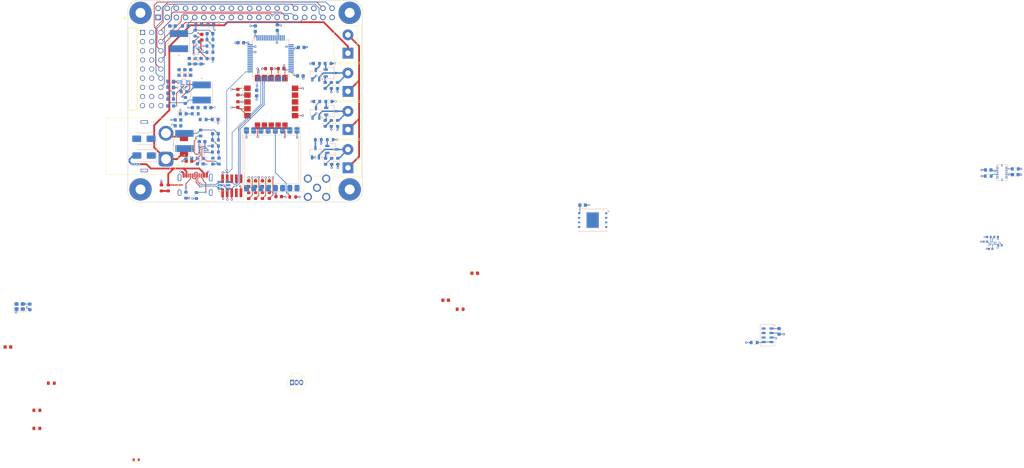
<source format=kicad_pcb>
(kicad_pcb (version 20241229) (generator "pcbnew") (generator_version "9.0")
  (layers (0 "F.Cu" signal) (4 "In1.Cu" signal) (6 "In2.Cu" signal) (2 "B.Cu" signal) (13 "F.Paste" user) (15 "B.Paste" user) (5 "F.SilkS" user "F.Silkscreen") (7 "B.SilkS" user "B.Silkscreen") (1 "F.Mask" user) (3 "B.Mask" user) (25 "Edge.Cuts" user))
  (net 0 "")
  (net 1 "+3.3V")
  (net 2 "GND")
  (net 3 "NRST")
  (net 4 "ARM_POWER")
  (net 5 "+5V")
  (net 6 "/Buck1/FB")
  (net 7 "Net-(U5-SS)")
  (net 8 "VBUS")
  (net 9 "VBUS_SENS")
  (net 10 "Net-(U5-SW)")
  (net 11 "Net-(U12-SS)")
  (net 12 "BATTERY")
  (net 13 "Net-(U5-BST)")
  (net 14 "Net-(U12-SW)")
  (net 15 "Net-(U12-BST)")
  (net 16 "/Buck/FB")
  (net 17 "Net-(U13-SS)")
  (net 18 "Net-(U13-SW)")
  (net 19 "Net-(U13-BST)")
  (net 20 "VCC")
  (net 21 "Net-(D2-A)")
  (net 22 "Net-(D3-A)")
  (net 23 "Net-(D6-A)")
  (net 24 "Net-(D7-A)")
  (net 25 "Net-(D8-A)")
  (net 26 "Net-(J3-In)")
  (net 27 "DEBUG_SWDIO")
  (net 29 "DEBUG_SWCLK")
  (net 32 "USB_CONN_D+")
  (net 33 "USB_CONN_D-")
  (net 34 "Net-(J7-CC2)")
  (net 35 "Net-(J7-CC1)")
  (net 38 "Net-(D10-A)")
  (net 39 "/Buck2/FB")
  (net 40 "Net-(D11-A)")
  (net 41 "Net-(D12-A)")
  (net 42 "Net-(D13-A)")
  (net 43 "DROGUE_CONT")
  (net 44 "Net-(J4-Pin_2)")
  (net 45 "Net-(Q2-G)")
  (net 46 "Net-(Q2-S)")
  (net 47 "Net-(Q3-B)")
  (net 48 "Net-(Q4-G)")
  (net 49 "Net-(J6-Pin_2)")
  (net 50 "Net-(Q4-S)")
  (net 51 "RECOVERY_CONT")
  (net 52 "Net-(J8-Pin_2)")
  (net 53 "Net-(Q7-S)")
  (net 54 "Net-(Q7-G)")
  (net 55 "ARM_CONT")
  (net 56 "AIL_L_PWM3")
  (net 57 "DROGUE")
  (net 58 "LED_ARMED")
  (net 59 "LED_FLIGHT")
  (net 60 "BUZZER")
  (net 61 "Net-(U5-PG)")
  (net 62 "RECOVERY")
  (net 63 "LED_STORAGE")
  (net 64 "LED_STANDBY")
  (net 65 "GPS_RESET")
  (net 66 "AIL_R_PWM4")
  (net 67 "Net-(U13-FB)")
  (net 68 "Net-(U12-PG)")
  (net 69 "Net-(U5-FB)")
  (net 70 "MAG_SCL")
  (net 71 "ELEV_PWM1")
  (net 72 "FLAP_L_PWM5")
  (net 74 "GPS_SAFEBOOT")
  (net 75 "GPS_UART_RX")
  (net 76 "GPS_INT")
  (net 77 "GPS_UART_TX")
  (net 80 "IMU_INT1")
  (net 81 "IMU_MISO")
  (net 82 "IMU_CS2")
  (net 83 "IMU_INT4")
  (net 84 "IMU_INT2")
  (net 85 "IMU_SCK")
  (net 86 "IMU_MOSI")
  (net 88 "IMU_INT3")
  (net 89 "IMU_CS1")
  (net 90 "ALT_MOSI")
  (net 91 "ALT_MISO")
  (net 92 "ALT_CS")
  (net 93 "ALT_SCK")
  (net 94 "USB_D+")
  (net 95 "USB_D-")
  (net 96 "RUDD_PWM2")
  (net 97 "FLAP_R_PWM6")
  (net 98 "BACKUP_CONT")
  (net 101 "RADIO_CS")
  (net 105 "EN_SERVO")
  (net 107 "3V3")
  (net 108 "BACKUP")
  (net 115 "Net-(U10-GPIO17{slash}GPIO_GEN0)")
  (net 116 "EN_PI")
  (net 119 "PI_UART_RX")
  (net 123 "3V3_1")
  (net 124 "HSE_IN")
  (net 126 "+5V_SERVO")
  (net 127 "Net-(U8-CRST)")
  (net 128 "ESC_PWM0")
  (net 129 "PI_UART_TX")
  (net 130 "MAG_SDA")
  (net 131 "MEM_MISO")
  (net 132 "MEM_MOSI")
  (net 134 "MAG_INT")
  (net 136 "MEM_WP")
  (net 137 "MEM_HOLD")
  (net 138 "EN_5V")
  (net 139 "MEM_CS")
  (net 140 "MEM_SCK")
  (net 141 "Net-(U12-FB)")
  (net 142 "Net-(U13-PG)")
  (net 143 "/Buck2/EN")
  (net 145 "RADIO_nRST")
  (net 148 "RADIO_DIO0")
  (net 150 "RADIO_DIO1")
  (footprint "Resistor_SMD:R_0603_1608Metric" (layer "F.Cu") (at 123.7 103.6)
    (property "Reference" "R2" (hide yes))
    (property "Value" "100k")
  )
  (footprint "Capacitor_SMD:C_0603_1608Metric" (layer "F.Cu") (at 94.95 93.65)
    (property "Reference" "C51" (hide yes))
    (property "Value" "100nF")
  )
  (footprint "Resistor_SMD:R_0603_1608Metric" (layer "F.Cu") (at 52.77 162.8)
    (property "Reference" "R1" (hide yes))
    (property "Value" "27k")
  )
  (footprint "Resistor_SMD:R_0603_1608Metric" (layer "F.Cu") (at 52.77 167.82)
    (property "Reference" "R3" (hide yes))
    (property "Value" "6k")
  )
  (footprint "Resistor_SMD:R_0603_1608Metric" (layer "F.Cu") (at 170.115 134.76)
    (property "Reference" "R44" (hide yes))
    (property "Value" "470")
  )
  (footprint "UCIRP-KiCAD-Lib:SAMTEC_HTSW-109-08-T-T-RA" (layer "F.Cu") (at 79.3 68.1 -90)
    (property "Reference" "J9" (hide yes))
    (property "Value" "HTSW-109-08-T-T-RA")
  )
  (footprint "Resistor_SMD:R_0603_1608Metric" (layer "F.Cu") (at 111.51 103.225 90)
    (property "Reference" "R17" (hide yes))
    (property "Value" "470")
  )
  (footprint "Diode_SMD:D_SOD-523" (layer "F.Cu") (at 80.315 176.51)
    (property "Reference" "D6" (hide yes))
    (property "Value" "1N4148WT")
  )
  (footprint "Package_TO_SOT_THT:TO-92_Inline" (layer "F.Cu") (at 123.51 155.08)
    (property "Reference" "Q3" (hide yes))
    (property "Value" "BC547")
  )
  (footprint "UCIRP-KiCAD-Lib:MODULE_RASPBERRY_PI_4B_4GB" (layer "F.Cu") (at 120.5 77)
    (property "Reference" "U10" (hide yes))
    (property "Value" "RASPBERRY_PI_4B_4GB")
    (fp_line (start -42.5 -25) (end -42.5 25) (stroke (width 0.127)) (layer "Edge.Cuts"))
    (fp_line (start -39.5 28) (end 19.5 28) (stroke (width 0.127)) (layer "Edge.Cuts"))
    (fp_line (start 19.5 -28) (end -39.5 -28) (stroke (width 0.127)) (layer "Edge.Cuts"))
    (fp_line (start 22.5 25) (end 22.5 -25) (stroke (width 0.127)) (layer "Edge.Cuts"))
    (fp_arc (start -42.5 -25) (mid -41.62132 -27.12132) (end -39.5 -28) (stroke (width 0.127)) (layer "Edge.Cuts"))
    (fp_arc (start -39.5 28) (mid -41.621319 27.12132) (end -42.5 25) (stroke (width 0.127)) (layer "Edge.Cuts"))
    (fp_arc (start 19.5 -28) (mid 21.621321 -27.121321) (end 22.5 -25) (stroke (width 0.127)) (layer "Edge.Cuts"))
    (fp_arc (start 22.5 25) (mid 21.62132 27.12132) (end 19.5 28) (stroke (width 0.127)) (layer "Edge.Cuts"))
  )
  (footprint "Capacitor_SMD:C_0603_1608Metric" (layer "F.Cu") (at 98.5 59.25 -90)
    (property "Reference" "C35" (hide yes))
    (property "Value" "100nF")
  )
  (footprint "Resistor_SMD:R_0603_1608Metric" (layer "F.Cu") (at 117 68)
    (property "Reference" "R45" (hide yes))
    (property "Value" "10k")
  )
  (footprint "Capacitor_SMD:C_0603_1608Metric" (layer "F.Cu") (at 44.75 145.23)
    (property "Reference" "C15" (hide yes))
    (property "Value" "4.7uF")
  )
  (footprint "Diode_SMD:D_0603_1608Metric" (layer "F.Cu") (at 111.51 99.9125 -90)
    (property "Reference" "D8" (hide yes))
    (property "Value" "BLUE_LED")
  )
  (footprint "Capacitor_SMD:C_0603_1608Metric" (layer "F.Cu") (at 108.5 77.95 -90)
    (property "Reference" "C22" (hide yes))
    (property "Value" "100nF")
  )
  (footprint "TerminalBlock:TerminalBlock_bornier-2_P5.08mm" (layer "F.Cu") (at 139 84.89 90)
    (property "Reference" "J6" (hide yes))
    (property "Value" "E-MATCH_RECOVERY")
  )
  (footprint "TerminalBlock:TerminalBlock_bornier-2_P5.08mm" (layer "F.Cu") (at 139 95.49 90)
    (property "Reference" "J4" (hide yes))
    (property "Value" "E-MATCH_DROGUE")
  )
  (footprint "Diode_SMD:D_SMB" (layer "F.Cu") (at 93.55 89 90)
    (property "Reference" "D1" (hide yes))
    (property "Value" "SMBJ26CA")
  )
  (footprint "TerminalBlock:TerminalBlock_bornier-2_P5.08mm" (layer "F.Cu") (at 139 63.69 90)
    (property "Reference" "J2" (hide yes))
    (property "Value" "ARMING_PLUG")
  )
  (footprint "Diode_SMD:D_0603_1608Metric" (layer "F.Cu") (at 174.165 124.76)
    (property "Reference" "D10" (hide yes))
    (property "Value" "BLUE")
  )
  (footprint "Resistor_SMD:R_0603_1608Metric" (layer "F.Cu") (at 87.3 101.1 -90)
    (property "Reference" "R21" (hide yes))
    (property "Value" "33k")
  )
  (footprint "TerminalBlock:TerminalBlock_bornier-2_P5.08mm" (layer "F.Cu") (at 139 74.28 90)
    (property "Reference" "J8" (hide yes))
    (property "Value" "E-MATCH_BACKUP")
  )
  (footprint "Resistor_SMD:R_0603_1608Metric" (layer "F.Cu") (at 89.2 101.1 -90)
    (property "Reference" "R20" (hide yes))
    (property "Value" "82k")
  )
  (footprint "Diode_SMD:D_0603_1608Metric" (layer "F.Cu") (at 117.2 99.9125 -90)
    (property "Reference" "D2" (hide yes))
    (property "Value" "RED_LED")
  )
  (footprint "Diode_SMD:D_0603_1608Metric" (layer "F.Cu") (at 113.41 99.9125 -90)
    (property "Reference" "D7" (hide yes))
    (property "Value" "YELLOW_LED")
  )
  (footprint "Connector_Coaxial:SMA_Molex_73251-2200_Horizontal" (layer "F.Cu") (at 130.44 101.04 180)
    (property "Reference" "J3" (hide yes))
    (property "Value" "SMA")
  )
  (footprint "Connector_USB:USB_C_Receptacle_GCT_USB4105-xx-A_16P_TopMnt_Horizontal" (layer "F.Cu") (at 96.65 101.315)
    (property "Reference" "J7" (hide yes))
    (property "Value" "~")
  )
  (footprint "Resistor_SMD:R_0603_1608Metric" (layer "F.Cu") (at 56.78 155.27)
    (property "Reference" "R11" (hide yes))
    (property "Value" "180")
  )
  (footprint "RF_GPS:ublox_SAM-M8Q" (layer "F.Cu") (at 117.75 77.225)
    (property "Reference" "U3" (hide yes))
    (property "Value" "~")
  )
  (footprint "Connector_PinHeader_1.27mm:PinHeader_2x05_P1.27mm_Vertical_SMD" (layer "F.Cu") (at 106.8 100.5 90)
    (property "Reference" "J5" (hide yes))
    (property "Value" "SWD")
  )
  (footprint "Diode_SMD:D_0603_1608Metric" (layer "F.Cu") (at 115.31 99.9125 -90)
    (property "Reference" "D3" (hide yes))
    (property "Value" "GREEN_LED")
  )
  (footprint "Capacitor_SMD:C_0603_1608Metric" (layer "F.Cu") (at 119.825 103.5 180)
    (property "Reference" "C9" (hide yes))
    (property "Value" "10uF")
  )
  (footprint "Capacitor_SMD:C_0603_1608Metric" (layer "F.Cu") (at 90.65 72.4875 90)
    (property "Reference" "C43" (hide yes))
    (property "Value" "100nF")
  )
  (footprint "Connector_AMASS:AMASS_XT60PW-M_1x02_P7.20mm_Horizontal" (layer "F.Cu") (at 88.55 93.1 90)
    (property "Reference" "J1" (hide yes))
    (property "Value" "POWER")
  )
  (footprint "Capacitor_SMD:C_0603_1608Metric" (layer "F.Cu") (at 166.105 132.25)
    (property "Reference" "C42" (hide yes))
    (property "Value" "100nF")
  )
  (footprint "Resistor_SMD:R_0603_1608Metric" (layer "F.Cu") (at 117.21 103.2 90)
    (property "Reference" "R9" (hide yes))
    (property "Value" "470")
  )
  (footprint "Resistor_SMD:R_0603_1608Metric" (layer "F.Cu") (at 115.31 103.2 90)
    (property "Reference" "R10" (hide yes))
    (property "Value" "470")
  )
  (footprint "Resistor_SMD:R_0603_1608Metric" (layer "F.Cu") (at 113.41 103.2 90)
    (property "Reference" "R16" (hide yes))
    (property "Value" "470")
  )
  (footprint "Capacitor_SMD:C_0603_1608Metric" (layer "F.Cu") (at 108.5 74.5 90)
    (property "Reference" "C23" (hide yes))
    (property "Value" "100nF")
  )
  (footprint "Capacitor_SMD:C_0603_1608Metric" (layer "F.Cu") (at 120.475 67.975)
    (property "Reference" "C24" (hide yes))
    (property "Value" "100nF")
  )
  (footprint "Resistor_SMD:R_0603_1608Metric" (layer "B.Cu") (at 133.5 66.55)
    (property "Reference" "R37" (hide yes))
    (property "Value" "1")
  )
  (footprint "Package_TO_SOT_SMD:TSOT-23" (layer "B.Cu") (at 130 91.31 90)
    (property "Reference" "Q1" (hide yes))
    (property "Value" "Q_NMOS_GSD")
  )
  (footprint "Capacitor_SMD:C_0603_1608Metric" (layer "B.Cu") (at 95.025 65.925 90)
    (property "Reference" "C28" (hide yes))
    (property "Value" "10uF")
  )
  (footprint "Resistor_SMD:R_0603_1608Metric" (layer "B.Cu") (at 132.7 83.175 90)
    (property "Reference" "R15" (hide yes))
    (property "Value" "100")
  )
  (footprint "Capacitor_SMD:C_0603_1608Metric" (layer "B.Cu") (at 89.85 76.425)
    (property "Reference" "C48" (hide yes))
    (property "Value" "300pF")
  )
  (footprint "UCIRP-KiCAD-Lib:BMM350" (layer "B.Cu") (at 317.7 116.4 180)
    (property "Reference" "U8" (hide yes))
    (property "Value" "BMM350")
  )
  (footprint "Capacitor_SMD:C_0603_1608Metric" (layer "B.Cu") (at 97.05 60.5375)
    (property "Reference" "C36" (hide yes))
    (property "Value" "100nF")
  )
  (footprint "Capacitor_SMD:C_0603_1608Metric" (layer "B.Cu") (at 102.271995 86.05 180)
    (property "Reference" "C55" (hide yes))
    (property "Value" "470pF")
  )
  (footprint "Resistor_SMD:R_0603_1608Metric" (layer "B.Cu") (at 102.271995 87.76)
    (property "Reference" "R61" (hide yes))
    (property "Value" "51k")
  )
  (footprint "Diode_SMD:D_0603_1608Metric" (layer "B.Cu") (at 93.35 80.5125)
    (property "Reference" "D12" (hide yes))
    (property "Value" "BLUE")
  )
  (footprint "Resistor_SMD:R_0603_1608Metric" (layer "B.Cu") (at 98.875 82.1)
    (property "Reference" "R57" (hide yes))
    (property "Value" "470")
  )
  (footprint "Resistor_SMD:R_0603_1608Metric" (layer "B.Cu") (at 132.7 72.65 -90)
    (property "Reference" "R38" (hide yes))
    (property "Value" "100")
  )
  (footprint "Resistor_SMD:R_0603_1608Metric" (layer "B.Cu") (at 136.2 93.7 -90)
    (property "Reference" "R5" (hide yes))
    (property "Value" "10k")
  )
  (footprint "Resistor_SMD:R_0603_1608Metric" (layer "B.Cu") (at 133.7 77.1)
    (property "Reference" "R34" (hide yes))
    (property "Value" "1")
  )
  (footprint "Capacitor_SMD:C_0603_1608Metric" (layer "B.Cu") (at 93.55 74.4125 180)
    (property "Reference" "C44" (hide yes))
    (property "Value" "100nF")
  )
  (footprint "Resistor_SMD:R_0603_1608Metric" (layer "B.Cu") (at 89.85 73.15)
    (property "Reference" "R50" (hide yes))
    (property "Value" "10k")
  )
  (footprint "Capacitor_SMD:C_0603_1608Metric" (layer "B.Cu") (at 113.7 74.775 -90)
    (property "Reference" "C33" (hide yes))
    (property "Value" "100nF")
  )
  (footprint "Resistor_SMD:R_0603_1608Metric" (layer "B.Cu") (at 136.15 83.175 -90)
    (property "Reference" "R18" (hide yes))
    (property "Value" "10k")
  )
  (footprint "Package_TO_SOT_SMD:TSOT-23" (layer "B.Cu") (at 134.15 69.2)
    (property "Reference" "Q7" (hide yes))
    (property "Value" "Q_NMOS_GSD")
  )
  (footprint "Capacitor_SMD:C_0603_1608Metric" (layer "B.Cu") (at 324 97.4)
    (property "Reference" "C32" (hide yes))
    (property "Value" "100nF")
  )
  (footprint "Resistor_SMD:R_0603_1608Metric" (layer "B.Cu") (at 100.75 63.4375)
    (property "Reference" "R46" (hide yes))
    (property "Value" "10k")
  )
  (footprint "Capacitor_SMD:C_0402_1005Metric" (layer "B.Cu") (at 319.78 117)
    (property "Reference" "C30" (hide yes))
    (property "Value" "100nF")
  )
  (footprint "Capacitor_SMD:C_0603_1608Metric" (layer "B.Cu") (at 50.82413 134.1 -90)
    (property "Reference" "C1" (hide yes))
    (property "Value" "100nF")
  )
  (footprint "Resistor_SMD:R_0603_1608Metric" (layer "B.Cu") (at 130.3 66.55)
    (property "Reference" "R35" (hide yes))
    (property "Value" "1k")
  )
  (footprint "Capacitor_SMD:C_0603_1608Metric" (layer "B.Cu") (at 98.871995 93.65 90)
    (property "Reference" "C50" (hide yes))
    (property "Value" "10uF")
  )
  (footprint "Package_QFP:LQFP-64_10x10mm_P0.5mm" (layer "B.Cu") (at 117.575 65.125 -90)
    (property "Reference" "U11" (hide yes))
    (property "Value" "~")
  )
  (footprint "Resistor_SMD:R_0603_1608Metric" (layer "B.Cu") (at 89.85 74.8 180)
    (property "Reference" "R51" (hide yes))
    (property "Value" "90.9k")
  )
  (footprint "UCIRP-KiCAD-Lib:MS5607-02BA" (layer "B.Cu") (at 255.32175 141.975 180)
    (property "Reference" "U7" (hide yes))
    (property "Value" "~")
  )
  (footprint "Resistor_SMD:R_0603_1608Metric" (layer "B.Cu") (at 130.8 87.7 180)
    (property "Reference" "R4" (hide yes))
    (property "Value" "1k")
  )
  (footprint "Resistor_SMD:R_0603_1608Metric" (layer "B.Cu") (at 134.4 72.65 -90)
    (property "Reference" "R39" (hide yes))
    (property "Value" "10k")
  )
  (footprint "Resistor_SMD:R_0603_1608Metric" (layer "B.Cu") (at 251.62175 144 180)
    (property "Reference" "R40" (hide yes))
    (property "Value" "100k")
  )
  (footprint "Resistor_SMD:R_0603_1608Metric" (layer "B.Cu") (at 102.271995 89.45 180)
    (property "Reference" "R60" (hide yes))
    (property "Value" "9.09k")
  )
  (footprint "Package_TO_SOT_SMD:TSOT-23" (layer "B.Cu") (at 134.6 90.4)
    (property "Reference" "Q2" (hide yes))
    (property "Value" "Q_NMOS_GSD")
  )
  (footprint "Resistor_SMD:R_0603_1608Metric" (layer "B.Cu") (at 102.271995 91.15)
    (property "Reference" "R49" (hide yes))
    (property "Value" "10k")
  )
  (footprint "Capacitor_SMD:C_0603_1608Metric" (layer "B.Cu") (at 98.3 65.925 90)
    (property "Reference" "C31" (hide yes))
    (property "Value" "10uF")
  )
  (footprint "UCIRP-KiCAD-Lib:RFM95W" (layer "B.Cu") (at 117.89 93.14 -90)
    (property "Reference" "U2" (hide yes))
    (property "Value" "~")
  )
  (footprint "Resistor_SMD:R_0603_1608Metric" (layer "B.Cu") (at 100.75 61.7 180)
    (property "Reference" "R32" (hide yes))
    (property "Value" "10k")
  )
  (footprint "Diode_SMD:D_SMA" (layer "B.Cu") (at 82.45 87.45 180)
    (property "Reference" "D5" (hide yes))
    (property "Value" "D_LIPO")
  )
  (footprint "Capacitor_SMD:C_0603_1608Metric" (layer "B.Cu") (at 316.5 96.1 180)
    (property "Reference" "C29" (hide yes))
    (property "Value" "100nF")
  )
  (footprint "Resistor_SMD:R_0402_1005Metric" (layer "B.Cu") (at 318.7 114.7 180)
    (property "Reference" "R27" (hide yes))
    (property "Value" "4k7")
  )
  (footprint "Resistor_SMD:R_0603_1608Metric" (layer "B.Cu") (at 134.4 83.175 -90)
    (property "Reference" "R14" (hide yes))
    (property "Value" "10k")
  )
  (footprint "Diode_SMD:D_0603_1608Metric" (layer "B.Cu") (at 102.2 82.1 180)
    (property "Reference" "D13" (hide yes))
    (property "Value" "BLUE")
  )
  (footprint "UCIRP-KiCAD-Lib:BMI088" (layer "B.Cu") (at 320.31 96.825 180)
    (property "Reference" "U6" (hide yes))
    (property "Value" "~")
  )
  (footprint "Resistor_SMD:R_0603_1608Metric" (layer "B.Cu") (at 93.95 76.812499 -90)
    (property "Reference" "R52" (hide yes))
    (property "Value" "100k")
  )
  (footprint "Capacitor_SMD:C_0603_1608Metric" (layer "B.Cu") (at 93.925 56.1375 180)
    (property "Reference" "C38" (hide yes))
    (property "Value" "22uF")
  )
  (footprint "Resistor_SMD:R_0603_1608Metric" (layer "B.Cu") (at 130.375 77.1)
    (property "Reference" "R19" (hide yes))
    (property "Value" "1k")
  )
  (footprint "Resistor_SMD:R_0603_1608Metric" (layer "B.Cu") (at 324 95.8)
    (property "Reference" "R41" (hide yes))
    (property "Value" "100k")
  )
  (footprint "UCIRP-KiCAD-Lib:IND_VLS6045EX-6R8M" (layer "B.Cu") (at 92.15 60.35 90)
    (property "Reference" "L2" (hide yes))
    (property "Value" "6.8uH")
  )
  (footprint "Resistor_SMD:R_0603_1608Metric" (layer "B.Cu") (at 97.675 55.75)
    (property "Reference" "R48" (hide yes))
    (property "Value" "470")
  )
  (footprint "Capacitor_SMD:C_0603_1608Metric" (layer "B.Cu") (at 98.571995 88.25)
    (property "Reference" "C52" (hide yes))
    (property "Value" "100nF")
  )
  (footprint "Resistor_SMD:R_0603_1608Metric" (layer "B.Cu") (at 98.171995 85.85 90)
    (property "Reference" "R55" (hide yes))
    (property "Value" "100k")
  )
  (footprint "Capacitor_SMD:C_0603_1608Metric" (layer "B.Cu") (at 109.325 60.8 180)
    (property "Reference" "C6" (hide yes))
    (property "Value" "100nF")
  )
  (footprint "Diode_SMD:D_0603_1608Metric" (layer "B.Cu") (at 101 55.75 180)
    (property "Reference" "D11" (hide yes))
    (property "Value" "BLUE")
  )
  (footprint "Package_TO_SOT_SMD:TSOT-23" (layer "B.Cu") (at 134.29 79.8)
    (property "Reference" "Q4" (hide yes))
    (property "Value" "Q_NMOS_GSD")
  )
  (footprint "Package_SON:WSON-8-1EP_8x6mm_P1.27mm_EP3.4x4.3mm" (layer "B.Cu") (at 206.85 110.025 180)
    (property "Reference" "U46" (hide yes))
    (property "Value" "~")
  )
  (footprint "Package_TO_SOT_SMD:TSOT-23" (layer "B.Cu") (at 130.15 80.29 90)
    (property "Reference" "Q5" (hide yes))
    (property "Value" "Q_NMOS_GSD")
  )
  (footprint "Capacitor_SMD:C_0603_1608Metric" (layer "B.Cu") (at 100.224999 78.8125 180)
    (property "Reference" "C45" (hide yes))
    (property "Value" "22uF")
  )
  (footprint "Capacitor_SMD:C_0603_1608Metric" (layer "B.Cu") (at 96.65 65.9125 90)
    (property "Reference" "C26" (hide yes))
    (property "Value" "100nF")
  )
  (footprint "Package_TO_SOT_SMD:SOT-23-6" (layer "B.Cu") (at 104.6625 100.35)
    (property "Reference" "U9" (hide yes))
    (property "Value" "USBLC6-2SC6")
  )
  (footprint "Diode_SMD:D_SMA" (layer "B.Cu") (at 82.5 92.1 180)
    (property "Reference" "D4" (hide yes))
    (property "Value" "SS34")
  )
  (footprint "UCIRP-KiCAD-Lib:IND_VLS6045EX-6R8M" (layer "B.Cu") (at 98.45 74.6 -90)
    (property "Reference" "L3" (hide yes))
    (property "Value" "6.8uH")
  )
  (footprint "Resistor_SMD:R_0603_1608Metric" (layer "B.Cu") (at 97 103.2 90)
    (property "Reference" "R25" (hide yes))
    (property "Value" "5k1")
  )
  (footprint "Resistor_SMD:R_0603_1608Metric" (layer "B.Cu") (at 136.1 72.65 -90)
    (property "Reference" "R36" (hide yes))
    (property "Value" "10k")
  )
  (footprint "Resistor_SMD:R_0603_1608Metric" (layer "B.Cu") (at 134.5 93.7 -90)
    (property "Reference" "R7" (hide yes))
    (property "Value" "10k")
  )
  (footprint "Resistor_SMD:R_0603_1608Metric" (layer "B.Cu") (at 89.85 71.5125 180)
    (property "Reference" "R53" (hide yes))
    (property "Value" "10k")
  )
  (footprint "Resistor_SMD:R_0603_1608Metric" (layer "B.Cu") (at 96.65 58.137501 90)
    (property "Reference" "R47" (hide yes))
    (property "Value" "100k")
  )
  (footprint "Capacitor_SMD:C_0402_1005Metric" (layer "B.Cu") (at 315.72 116 180)
    (property "Reference" "C27" (hide yes))
    (property "Value" "100nF")
  )
  (footprint "Capacitor_SMD:C_0603_1608Metric" (layer "B.Cu") (at 93.8 69.0625 -90)
    (property "Reference" "C39" (hide yes))
    (property "Value" "100nF")
  )
  (footprint "Capacitor_SMD:C_0603_1608Metric" (layer "B.Cu") (at 113.325 56.9 90)
    (property "Reference" "C5" (hide yes))
    (property "Value" "100nF")
  )
  (footprint "Resistor_SMD:R_0603_1608Metric" (layer "B.Cu") (at 94.1 103.1 90)
    (property "Reference" "R24" (hide yes))
    (property "Value" "5k1")
  )
  (footprint "Crystal:Crystal_SMD_2520-4Pin_2.5x2.0mm" (layer "B.Cu") (at 47.99913 134 180)
    (property "Reference" "Y1" (hide yes))
    (property "Value" "16MHz")
  )
  (footprint "UCIRP-KiCAD-Lib:IND_VLS6045EX-6R8M" (layer "B.Cu") (at 93.671995 88.0625 90)
    (property "Reference" "L4" (hide yes))
    (property "Value" "6.8uH")
  )
  (footprint "Capacitor_SMD:C_0603_1608Metric" (layer "B.Cu") (at 96.675 78.8125)
    (property "Reference" "C47" (hide yes))
    (property "Value" "22uF")
  )
  (footprint "Capacitor_SMD:C_0603_1608Metric" (layer "B.Cu") (at 94.896995 92.85)
    (property "Reference" "C49" (hide yes))
    (property "Value" "10uF")
  )
  (footprint "Capacitor_SMD:C_0603_1608Metric" (layer "B.Cu") (at 125.825 70)
    (property "Reference" "C34" (hide yes))
    (property "Value" "100nF")
  )
  (footprint "Capacitor_SMD:C_0603_1608Metric" (layer "B.Cu") (at 97.271995 93.625 90)
    (property "Reference" "C46" (hide yes))
    (property "Value" "100nF")
  )
  (footprint "Capacitor_SMD:C_0603_1608Metric" (layer "B.Cu") (at 91.896995 83.85)
    (property "Reference" "C53" (hide yes))
    (property "Value" "22uF")
  )
  (footprint "Resistor_SMD:R_0603_1608Metric" (layer "B.Cu") (at 101.571995 93.65 -90)
    (property "Reference" "R58" (hide yes))
    (property "Value" "191k")
  )
  (footprint "UCIRP-KiCAD-Lib:SOT583_MP2338_MNP" (layer "B.Cu") (at 98.510195 90.499999)
    (property "Reference" "U13")
    (property "Value" "MP2338GTL-Z")
  )
  (footprint "Resistor_SMD:R_0603_1608Metric" (layer "B.Cu") (at 100.75 65.2)
    (property "Reference" "R31" (hide yes))
    (property "Value" "100k")
  )
  (footprint "Capacitor_SMD:C_0603_1608Metric" (layer "B.Cu") (at 258.52175 140.9 -90)
    (property "Reference" "C25" (hide yes))
    (property "Value" "100nF")
  )
  (footprint "Resistor_SMD:R_0603_1608Metric" (layer "B.Cu") (at 103.271995 93.65 90)
    (property "Reference" "R59" (hide yes))
    (property "Value" "49.9k")
  )
  (footprint "Capacitor_SMD:C_0603_1608Metric" (layer "B.Cu") (at 204.075 105.85)
    (property "Reference" "C14" (hide yes))
    (property "Value" "100nF")
  )
  (footprint "Capacitor_SMD:C_0603_1608Metric" (layer "B.Cu") (at 95.4125 69.0625 -90)
    (property "Reference" "C40" (hide yes))
    (property "Value" "10uF")
  )
  (footprint "Capacitor_SMD:C_0603_1608Metric" (layer "B.Cu") (at 100.75 58.25 180)
    (property "Reference" "C21" (hide yes))
    (property "Value" "300pF")
  )
  (footprint "Capacitor_SMD:C_0603_1608Metric" (layer "B.Cu") (at 119.425 56.6 90)
    (property "Reference" "C4" (hide yes))
    (property "Value" "100nF")
  )
  (footprint "Resistor_SMD:R_0603_1608Metric" (layer "B.Cu") (at 316.5 97.8 180)
    (property "Reference" "R42" (hide yes))
    (property "Value" "100k")
  )
  (footprint "Resistor_SMD:R_0603_1608Metric" (layer "B.Cu") (at 100.75 59.95)
    (property "Reference" "R43" (hide yes))
    (property "Value" "90.9k")
  )
  (footprint "UCIRP-KiCAD-Lib:SOT583_MP2338_MNP" (layer "B.Cu") (at 96.9882 62.787499)
    (property "Reference" "U5")
    (property "Value" "MP2338GTL-Z")
  )
  (footprint "Capacitor_SMD:C_0603_1608Metric" (layer "B.Cu") (at 91.9 82.2)
    (property "Reference" "C54" (hide yes))
    (property "Value" "22uF")
  )
  (footprint "Resistor_SMD:R_0603_1608Metric" (layer "B.Cu") (at 134.1 87.7)
    (property "Reference" "R8" (hide yes))
    (property "Value" "1")
  )
  (footprint "Resistor_SMD:R_0603_1608Metric" (layer "B.Cu") (at 96.675 80.5125 180)
    (property "Reference" "R56" (hide yes))
    (property "Value" "470")
  )
  (footprint "Resistor_SMD:R_0603_1608Metric" (layer "B.Cu") (at 89.85 78.3375 180)
    (property "Reference" "R54" (hide yes))
    (property "Value" "100k")
  )
  (footprint "Resistor_SMD:R_0402_1005Metric" (layer "B.Cu") (at 316.69 114.7)
    (property "Reference" "R30" (hide yes))
    (property "Value" "4k7")
  )
  (footprint "Resistor_SMD:R_0603_1608Metric" (layer "B.Cu") (at 132.8 93.7 -90)
    (property "Reference" "R6" (hide yes))
    (property "Value" "100")
  )
  (footprint "UCIRP-KiCAD-Lib:SOT583_MP2338_MNP" (layer "B.Cu") (at 93.6118 72.162501 180)
    (property "Reference" "U12")
    (property "Value" "MP2338GTL-Z")
  )
  (footprint "Capacitor_SMD:C_0603_1608Metric" (layer "B.Cu") (at 126.05 62.1)
    (property "Reference" "C7" (hide yes))
    (property "Value" "100nF")
  )
  (footprint "Package_TO_SOT_SMD:TSOT-23" (layer "B.Cu") (at 130.0925 69.65 90)
    (property "Reference" "Q6" (hide yes))
    (property "Value" "Q_NMOS_GSD")
  )
  (footprint "Capacitor_SMD:C_0603_1608Metric" (layer "B.Cu") (at 90.375001 56.1375)
    (property "Reference" "C37" (hide yes))
    (property "Value" "22uF")
  )
  (footprint "Capacitor_SMD:C_0402_1005Metric" (layer "B.Cu") (at 317.18 118 180)
    (property "Reference" "C117" (hide yes))
    (property "Value" "2.2uF")
  )
  (footprint "Capacitor_SMD:C_0603_1608Metric" (layer "B.Cu") (at 92.2 69.0625 -90)
    (property "Reference" "C41" (hide yes))
    (property "Value" "10uF")
  )
  (segment (start 119.65 68.025) (end 119.7 67.975) (width 0.2) (layer "F.Cu") (net 1))
  (segment (start 108.5 77.175) (end 108.55 77.175) (width 0.2) (layer "F.Cu") (net 1))
  (segment (start 111.15 75.325) (end 109.7 75.325) (width 0.2) (layer "F.Cu") (net 1))
  (segment (start 108.55 77.175) (end 108.6 77.225) (width 0.2) (layer "F.Cu") (net 1))
  (segment (start 119.05 103.05) (end 119.05 103.5) (width 0.2) (layer "F.Cu") (net 1))
  (segment (start 119.7 67.975) (end 118.75 67.975) (width 0.2) (layer "F.Cu") (net 1))
  (segment (start 108.6 77.225) (end 109.6 77.225) (width 0.2) (layer "F.Cu") (net 1))
  (segment (start 116.175 67.975) (end 115.25 67.975) (width 0.2) (layer "F.Cu") (net 1))
  (segment (start 104.26 103.96) (end 104.4 104.1) (width 0.2) (layer "F.Cu") (net 1))
  (segment (start 109.7 75.325) (end 108.55 75.325) (width 0.2) (layer "F.Cu") (net 1))
  (segment (start 119.65 70.625) (end 119.65 68.025) (width 0.2) (layer "F.Cu") (net 1))
  (segment (start 119 102.54) (end 119 103) (width 0.2) (layer "F.Cu") (net 1))
  (segment (start 119 103) (end 119.05 103.05) (width 0.2) (layer "F.Cu") (net 1))
  (segment (start 104.26 102.45) (end 104.26 103.96) (width 0.2) (layer "F.Cu") (net 1))
  (segment (start 109.6 77.225) (end 111.15 77.225) (width 0.2) (layer "F.Cu") (net 1))
  (segment (start 108.55 77.225) (end 108.5 77.175) (width 0.2) (layer "F.Cu") (net 1))
  (segment (start 108.55 75.325) (end 108.5 75.275) (width 0.2) (layer "F.Cu") (net 1))
  (segment (start 124.525 103.6) (end 125.6 103.6) (width 0.2) (layer "F.Cu") (net 1))
  (via (at 315.5 114.7) (size 0.5) (drill 0.3) (layers "F.Cu" "B.Cu") (net 1))
  (via (at 128.8 77.1) (size 0.5) (drill 0.3) (layers "F.Cu" "B.Cu") (net 1))
  (via (at 319.1 117.7) (size 0.5) (drill 0.3) (layers "F.Cu" "B.Cu") (net 1))
  (via (at 322.3 97.325) (size 0.6) (drill 0.3) (layers "F.Cu" "B.Cu") (net 1))
  (via (at 314.7 97.8) (size 0.6) (drill 0.3) (layers "F.Cu" "B.Cu") (net 1))
  (via (at 131.6 88.8) (size 0.6) (drill 0.3) (layers "F.Cu" "B.Cu") (net 1))
  (via (at 111.325 60.8) (size 0.6) (drill 0.3) (layers "F.Cu" "B.Cu") (net 1))
  (via (at 115.25 67.975) (size 0.6) (drill 0.3) (layers "F.Cu" "B.Cu") (net 1))
  (via (at 128.6 66.6) (size 0.6) (drill 0.3) (layers "F.Cu" "B.Cu") (net 1))
  (via (at 318.3 96.325) (size 0.6) (drill 0.3) (layers "F.Cu" "B.Cu") (net 1))
  (via (at 113.8 72.7) (size 0.6) (drill 0.3) (layers "F.Cu" "B.Cu") (net 1))
  (via (at 109.6 77.225) (size 0.6) (drill 0.3) (layers "F.Cu" "B.Cu") (net 1))
  (via (at 119 102.54) (size 0.6) (drill 0.3) (layers "F.Cu" "B.Cu") (net 1))
  (via (at 113.225 58.8) (size 0.6) (drill 0.3) (layers "F.Cu" "B.Cu") (net 1))
  (via (at 118.75 67.975) (size 0.6) (drill 0.3) (layers "F.Cu" "B.Cu") (net 1))
  (via (at 119.52719 58.189035) (size 0.6) (drill 0.3) (layers "F.Cu" "B.Cu") (net 1))
  (via (at 109.7 75.325) (size 0.6) (drill 0.3) (layers "F.Cu" "B.Cu") (net 1))
  (via (at 319.2 115.3) (size 0.5) (drill 0.3) (layers "F.Cu" "B.Cu") (net 1))
  (via (at 124.05 69.675) (size 0.6) (drill 0.3) (layers "F.Cu" "B.Cu") (net 1))
  (via (at 104.4 104.1) (size 0.6) (drill 0.3) (layers "F.Cu" "B.Cu") (net 1))
  (via (at 325.6 95.8) (size 0.6) (drill 0.3) (layers "F.Cu" "B.Cu") (net 1))
  (via (at 124.425 62.375) (size 0.6) (drill 0.3) (layers "F.Cu" "B.Cu") (net 1))
  (via (at 249.42175 144) (size 0.6) (drill 0.3) (layers "F.Cu" "B.Cu") (net 1))
  (via (at 125.6 103.6) (size 0.6) (drill 0.3) (layers "F.Cu" "B.Cu") (net 1))
  (segment (start 113.7 74) (end 113.625 74) (width 0.15) (layer "B.Cu") (net 1))
  (segment (start 113.825 70.8) (end 113.825 72.675) (width 0.15) (layer "B.Cu") (net 1))
  (segment (start 318.3 96.325) (end 317.5 96.325) (width 0.2) (layer "B.Cu") (net 1))
  (segment (start 319.3 117) (end 319.3 117.5) (width 0.15) (layer "B.Cu") (net 1))
  (segment (start 102.021995 85.025) (end 98.171995 85.025) (width 0.2) (layer "B.Cu") (net 1))
  (segment (start 321.5725 97.325) (end 322.3 97.325) (width 0.2) (layer "B.Cu") (net 1))
  (segment (start 131.625 87.7) (end 131.625 88.775) (width 0.4) (layer "B.Cu") (net 1))
  (segment (start 129.475 66.55) (end 128.65 66.55) (width 0.4) (layer "B.Cu") (net 1))
  (segment (start 113.825 59.4) (end 113.225 58.8) (width 0.2) (layer "B.Cu") (net 1))
  (segment (start 125 62.375) (end 124.425 62.375) (width 0.2) (layer "B.Cu") (net 1))
  (segment (start 119.52719 58.189035) (end 119.52719 57.47719) (width 0.2) (layer "B.Cu") (net 1))
  (segment (start 317.5 96.325) (end 317.275 96.1) (width 0.2) (layer "B.Cu") (net 1))
  (segment (start 316.6 116.4) (end 316.2 116) (width 0.15) (layer "B.Cu") (net 1))
  (segment (start 48.87413 133.3) (end 50.79913 133.3) (width 0.2) (layer "B.Cu") (net 1))
  (segment (start 250.79675 144) (end 249.42175 144) (width 0.2) (layer "B.Cu") (net 1))
  (segment (start 119.52719 57.47719) (end 119.425 57.375) (width 0.2) (layer "B.Cu") (net 1))
  (segment (start 103.096995 86.1) (end 103.046995 86.05) (width 0.2) (layer "B.Cu") (net 1))
  (segment (start 319.0475 96.325) (end 318.3 96.325) (width 0.2) (layer "B.Cu") (net 1))
  (segment (start 103.046995 86.05) (end 102.021995 85.025) (width 0.2) (layer "B.Cu") (net 1))
  (segment (start 319.21 114.7) (end 319.21 115.29) (width 0.15) (layer "B.Cu") (net 1))
  (segment (start 113.325 58.7) (end 113.225 58.8) (width 0.2) (layer "B.Cu") (net 1))
  (segment (start 319.10005 116.80005) (end 319.3 117) (width 0.15) (layer "B.Cu") (net 1))
  (segment (start 124.425 62.375) (end 123.25 62.375) (width 0.2) (layer "B.Cu") (net 1))
  (segment (start 113.8 73.9) (end 113.7 74) (width 0.15) (layer "B.Cu") (net 1))
  (segment (start 98.096995 85.025) (end 97.159495 85.9625) (width 0.2) (layer "B.Cu") (net 1))
  (segment (start 128.65 66.55) (end 128.6 66.6) (width 0.4) (layer "B.Cu") (net 1))
  (segment (start 118.29 102.54) (end 116.89 101.14) (width 0.2) (layer "B.Cu") (net 1))
  (segment (start 119.825 58.486845) (end 119.52719 58.189035) (width 0.2) (layer "B.Cu") (net 1))
  (segment (start 124.05 69.675) (end 123.25 68.875) (width 0.2) (layer "B.Cu") (net 1))
  (segment (start 258.49675 140.1) (end 258.52175 140.125) (width 0.2) (layer "B.Cu") (net 1))
  (segment (start 323.15 97.325) (end 323.225 97.4) (width 0.2) (layer "B.Cu") (net 1))
  (segment (start 103.096995 87.76) (end 103.096995 86.1) (width 0.2) (layer "B.Cu") (net 1))
  (segment (start 315.675 97.8) (end 314.7 97.8) (width 0.2) (layer "B.Cu") (net 1))
  (segment (start 113.825 59.45) (end 113.825 59.4) (width 0.2) (layer "B.Cu") (net 1))
  (segment (start 203.3 107.92) (end 203.1 108.12) (width 0.2) (layer "B.Cu") (net 1))
  (segment (start 319.21 115.29) (end 319.2 115.3) (width 0.15) (layer "B.Cu") (net 1))
  (segment (start 129.55 77.1) (end 128.8 77.1) (width 0.2) (layer "B.Cu") (net 1))
  (segment (start 125.275 62.1) (end 125 62.375) (width 0.2) (layer "B.Cu") (net 1))
  (segment (start 316.18 114.7) (end 315.5 114.7) (width 0.15) (layer "B.Cu") (net 1))
  (segment (start 97.159495 85.9625) (end 93.671995 85.9625) (width 0.2) (layer "B.Cu") (net 1))
  (segment (start 131.625 88.775) (end 131.6 88.8) (width 0.4) (layer "B.Cu") (net 1))
  (segment (start 98.171995 85.025) (end 98.096995 85.025) (width 0.2) (layer "B.Cu") (net 1))
  (segment (start 110.1 60.8) (end 111.325 60.8) (width 0.2) (layer "B.Cu") (net 1))
  (segment (start 317.29995 116.4) (end 316.6 116.4) (width 0.15) (layer "B.Cu") (net 1))
  (segment (start 324.825 95.8) (end 325.6 95.8) (width 0.2) (layer "B.Cu") (net 1))
  (segment (start 119 102.54) (end 118.29 102.54) (width 0.2) (layer "B.Cu") (net 1))
  (segment (start 319.3 117.5) (end 319.1 117.7) (width 0.15) (layer "B.Cu") (net 1))
  (segment (start 318.10005 116.80005) (end 319.10005 116.80005) (width 0.15) (layer "B.Cu") (net 1))
  (segment (start 119.825 59.45) (end 119.825 58.486845) (width 0.2) (layer "B.Cu") (net 1))
  (segment (start 50.79913 133.3) (end 50.82413 133.325) (width 0.2) (layer "B.Cu") (net 1))
  (segment (start 111.325 60.8) (end 111.9 61.375) (width 0.2) (layer "B.Cu") (net 1))
  (segment (start 124.375 70) (end 124.05 69.675) (width 0.2) (layer "B.Cu") (net 1))
  (segment (start 113.825 72.675) (end 113.8 72.7) (width 0.15) (layer "B.Cu") (net 1))
  (segment (start 203.3 105.85) (end 203.3 107.92) (width 0.2) (layer "B.Cu") (net 1))
  (segment (start 113.8 72.7) (end 113.8 73.9) (width 0.15) (layer "B.Cu") (net 1))
  (segment (start 125.05 70) (end 124.375 70) (width 0.2) (layer "B.Cu") (net 1))
  (segment (start 322.3 97.325) (end 323.15 97.325) (width 0.2) (layer "B.Cu") (net 1))
  (segment (start 113.325 57.675) (end 113.325 58.7) (width 0.2) (layer "B.Cu") (net 1))
  (segment (start 256.42175 140.1) (end 258.49675 140.1) (width 0.2) (layer "B.Cu") (net 1))
  (segment (start 120.6 103.5) (end 121.625 103.5) (width 0.2) (layer "F.Cu") (net 2))
  (segment (start 105.53 102.45) (end 105.53 104.23) (width 0.2) (layer "F.Cu") (net 2))
  (segment (start 111.51 99.125) (end 111.51 98.21) (width 0.2) (layer "F.Cu") (net 2))
  (segment (start 126.45 73.425) (end 126.5 73.475) (width 0.2) (layer "F.Cu") (net 2))
  (segment (start 121.3 67.1) (end 121.3 67.925) (width 0.2) (layer "F.Cu") (net 2))
  (segment (start 108.9 79.125) (end 108.5 78.725) (width 0.2) (layer "F.Cu") (net 2))
  (segment (start 113.95 68.025) (end 114 67.975) (width 0.2) (layer "F.Cu") (net 2))
  (segment (start 113.41 99.125) (end 113.41 98.21) (width 0.2) (layer "F.Cu") (net 2))
  (segment (start 111.15 79.125) (end 109 79.125) (width 0.2) (layer "F.Cu") (net 2))
  (segment (start 105.53 104.23) (end 105.6 104.3) (width 0.2) (layer "F.Cu") (net 2))
  (segment (start 108.5 78.725) (end 106.75 78.725) (width 0.2) (layer "F.Cu") (net 2))
  (segment (start 113.95 86.025) (end 113.95 83.825) (width 0.2) (layer "F.Cu") (net 2))
  (segment (start 109.34 102.45) (end 109.34 100.84) (width 0.2) (layer "F.Cu") (net 2))
  (segment (start 108.8 73.425) (end 108.5 73.725) (width 0.2) (layer "F.Cu") (net 2))
  (segment (start 93.45 97.060001) (end 92.989999 96.6) (width 0.5) (layer "F.Cu") (net 2))
  (segment (start 124.35 73.425) (end 126.45 73.425) (width 0.2) (layer "F.Cu") (net 2))
  (segment (start 121.625 103.5) (end 121.725 103.6) (width 0.2) (layer "F.Cu") (net 2))
  (segment (start 113.41 98.21) (end 113.4 98.2) (width 0.2) (layer "F.Cu") (net 2))
  (segment (start 97.925 58.475) (end 97.5 58.05) (width 0.2) (layer "F.Cu") (net 2))
  (segment (start 121.55 70.625) (end 121.55 68.275) (width 0.2) (layer "F.Cu") (net 2))
  (segment (start 93 93.7) (end 94.125 93.7) (width 0.15) (layer "F.Cu") (net 2))
  (segment (start 108.5 73.725) (end 106.75 73.725) (width 0.2) (layer "F.Cu") (net 2))
  (segment (start 121.3 67.925) (end 121.25 67.975) (width 0.2) (layer "F.Cu") (net 2))
  (segment (start 113.95 70.625) (end 113.95 68.025) (width 0.2) (layer "F.Cu") (net 2))
  (segment (start 109.34 100.84) (end 109.1 100.6) (width 0.2) (layer "F.Cu") (net 2))
  (segment (start 115.31 98.21) (end 115.3 98.2) (width 0.2) (layer "F.Cu") (net 2))
  (segment (start 114 86.075) (end 113.95 86.025) (width 0.2) (layer "F.Cu") (net 2))
  (segment (start 111.51 98.21) (end 111.5 98.2) (width 0.2) (layer "F.Cu") (net 2))
  (segment (start 121.5 87) (end 121.6 86.9) (width 0.2) (layer "F.Cu") (net 2))
  (segment (start 99.85 97.05) (end 100.3 96.6) (width 0.5) (layer "F.Cu") (net 2))
  (segment (start 89.5 86.85) (end 88.55 85.9) (width 0.5) (layer "F.Cu") (net 2))
  (segment (start 114 86.9) (end 114 86.075) (width 0.2) (layer "F.Cu") (net 2))
  (segment (start 106.8 102.45) (end 106.8 104.3) (width 0.2) (layer "F.Cu") (net 2))
  (segment (start 93.45 97.635) (end 93.45 97.060001) (width 0.5) (layer "F.Cu") (net 2))
  (segment (start 90.65 73.2625) (end 91.7 73.2625) (width 0.2) (layer "F.Cu") (net 2))
  (segment (start 105.53 101.33) (end 104.6 100.4) (width 0.2) (layer "F.Cu") (net 2))
  (segment (start 115.31 99.125) (end 115.31 98.21) (width 0.2) (layer "F.Cu") (net 2))
  (segment (start 99.85 97.635) (end 99.85 97.05) (width 0.5) (layer "F.Cu") (net 2))
  (segment (start 121.55 68.275) (end 121.25 67.975) (width 0.2) (layer "F.Cu") (net 2))
  (segment (start 111.15 73.425) (end 108.8 73.425) (width 0.2) (layer "F.Cu") (net 2))
  (segment (start 91.7 73.2625) (end 91.75 73.2125) (width 0.2) (layer "F.Cu") (net 2))
  (segment (start 111.15 81.025) (end 109.25 79.125) (width 0.2) (layer "F.Cu") (net 2))
  (segment (start 121.6 86.225) (end 121.55 86.175) (width 0.2) (layer "F.Cu") (net 2))
  (segment (start 109 79.125) (end 108.9 79.125) (width 0.2) (layer "F.Cu") (net 2))
  (segment (start 98.5 58.475) (end 97.925 58.475) (width 0.2) (layer "F.Cu") (net 2))
  (segment (start 126.45 81.025) (end 126.5 80.975) (width 0.2) (layer "F.Cu") (net 2))
  (segment (start 98.9 61.6875) (end 98.85 61.7375) (width 0.2) (layer "F.Cu") (net 2))
  (segment (start 121.55 86.175) (end 121.55 83.825) (width 0.2) (layer "F.Cu") (net 2))
  (segment (start 105.53 102.45) (end 105.53 101.33) (width 0.2) (layer "F.Cu") (net 2))
  (segment (start 121.6 86.9) (end 121.6 86.225) (width 0.2) (layer "F.Cu") (net 2))
  (segment (start 117.2 99.125) (end 117.2 98.2) (width 0.2) (layer "F.Cu") (net 2))
  (segment (start 92.989999 96.6) (end 92.6 96.6) (width 0.5) (layer "F.Cu") (net 2))
  (segment (start 94.125 93.7) (end 94.175 93.65) (width 0.15) (layer "F.Cu") (net 2))
  (segment (start 109.25 79.125) (end 109 79.125) (width 0.2) (layer "F.Cu") (net 2))
  (segment (start 124.35 81.025) (end 126.45 81.025) (width 0.2) (layer "F.Cu") (net 2))
  (segment (start 93.55 86.85) (end 89.5 86.85) (width 0.5) (layer "F.Cu") (net 2))
  (segment (start 87.3 100.275) (end 87.3 99.1) (width 0.5) (layer "F.Cu") (net 2))
  (via (at 97.5 58.05) (size 0.5) (drill 0.3) (layers "F.Cu" "B.Cu") (net 2))
  (via (at 130.2 80.4) (size 0.6) (drill 0.3) (layers "F.Cu" "B.Cu") (net 2))
  (via (at 100.371995 89.45) (size 0.5) (drill 0.3) (layers "F.Cu" "B.Cu") (net 2))
  (via (at 103.171995 92.075) (size 0.5) (drill 0.3) (layers "F.Cu" "B.Cu") (net 2))
  (via (at 136.15 74.45) (size 0.6) (drill 0.3) (layers "F.Cu" "B.Cu") (net 2))
  (via (at 93.65 73.5125) (size 0.6) (drill 0.3) (layers "F.Cu" "B.Cu") (net 2))
  (via (at 115.3 98.2) (size 0.6) (drill 0.3) (layers "F.Cu" "B.Cu") (net 2))
  (via (at 124.9 87.1) (size 0.6) (drill 0.3) (layers "F.Cu" "B.Cu") (net 2))
  (via (at 112 56.1) (size 0.6) (drill 0.3) (layers "F.Cu" "B.Cu") (net 2))
  (via (at 113.325 61.9) (size 0.6) (drill 0.3) (layers "F.Cu" "B.Cu") (net 2))
  (via (at 134.4 84.9) (size 0.6) (drill 0.3) (layers "F.Cu" "B.Cu") (net 2))
  (via (at 136 87.7) (size 0.6) (drill 0.3) (layers "F.Cu" "B.Cu") (net 2))
  (via (at 99.8 94.5) (size 0.5) (drill 0.3) (layers "F.Cu" "B.Cu") (net 2))
  (via (at 127.625 62) (size 0.6) (drill 0.3) (layers "F.Cu" "B.Cu") (net 2))
  (via (at 100.3 96.6) (size 0.6) (drill 0.3) (layers "F.Cu" "B.Cu") (net 2))
  (via (at 94.75 78.8125) (size 0.5) (drill 0.3) (layers "F.Cu" "B.Cu") (net 2))
  (via (at 87.3 99.1) (size 0.6) (drill 0.3) (layers "F.Cu" "B.Cu") (net 2))
  (via (at 89.975 82.2) (size 0.5) (drill 0.3) (layers "F.Cu" "B.Cu") (net 2))
  (via (at 316.1 118) (size 0.5) (drill 0.3) (layers "F.Cu" "B.Cu") (net 2))
  (via (at 92.55 79.4125) (size 0.5) (drill 0.3) (layers "F.Cu" "B.Cu") (net 2))
  (via (at 50.12413 134.3) (size 0.6) (drill 0.3) (layers "F.Cu" "B.Cu") (net 2))
  (via (at 126.625 70.7) (size 0.6) (drill 0.3) (layers "F.Cu" "B.Cu") (net 2))
  (via (at 106.8 104.3) (size 0.6) (drill 0.3) (layers "F.Cu" "B.Cu") (net 2))
  (via (at 102 78.75) (size 0.5) (drill 0.3) (layers "F.Cu" "B.Cu") (net 2))
  (via (at 106.75 73.725) (size 0.6) (drill 0.3) (layers "F.Cu" "B.Cu") (net 2))
  (via (at 113.325 63.4) (size 0.6) (drill 0.3) (layers "F.Cu" "B.Cu") (net 2))
  (via (at 117.2 98.2) (size 0.6) (drill 0.3) (layers "F.Cu" "B.Cu") (net 2))
  (via (at 102.1 57.3) (size 0.5) (drill 0.3) (layers "F.Cu" "B.Cu") (net 2))
  (via (at 97.8 93.7) (size 0.5) (drill 0.3) (layers "F.Cu" "B.Cu") (net 2))
  (via (at 107.825 60.8) (size 0.6) (drill 0.3) (layers "F.Cu" "B.Cu") (net 2))
  (via (at 130.2 69.95) (size 0.6) (drill 0.3) (layers "F.Cu" "B.Cu") (net 2))
  (via (at 113.4 98.2) (size 0.6) (drill 0.3) (layers "F.Cu" "B.Cu") (net 2))
  (via (at 126.5 73.475) (size 0.6) (drill 0.3) (layers "F.Cu" "B.Cu") (net 2))
  (via (at 114 67.975) (size 0.6) (drill 0.3) (layers "F.Cu" "B.Cu") (net 2))
  (via (at 93 93.7) (size 0.5) (drill 0.3) (layers "F.Cu" "B.Cu") (net 2))
  (via (at 319.607679 116.262555) (size 0.5) (drill 0.3) (layers "F.Cu" "B.Cu") (net 2))
  (via (at 97.475 66.7) (size 0.5) (drill 0.3) (layers "F.Cu" "B.Cu") (net 2))
  (via (at 121.5 87) (size 0.6) (drill 0.3) (layers "F.Cu" "B.Cu") (net 2))
  (via (at 121.925 61.9) (size 0.6) (drill 0.3) (layers "F.Cu" "B.Cu") (net 2))
  (via (at 113.7 76.575) (size 0.6) (drill 0.3) (layers "F.Cu" "B.Cu") (net 2))
  (via (at 105.6 104.3) (size 0.6) (drill 0.3) (layers "F.Cu" "B.Cu") (net 2))
  (via (at 314.5 116) (size 0.5) (drill 0.3) (layers "F.Cu" "B.Cu") (net 2))
  (via (at 136.1 85) (size 0.6) (drill 0.3) (layers "F.Cu" "B.Cu") (net 2))
  (via (at 47.02413 135.6) (size 0.6) (drill 0.3) (layers "F.Cu" "B.Cu") (net 2))
  (via (at 95.9 104) (size 0.6) (drill 0.3) (layers "F.Cu" "B.Cu") (net 2))
  (via (at 99.1 66.6875) (size 0.5) (drill 0.3) (layers "F.Cu" "B.Cu") (net 2))
  (via (at 96.95 61.4375) (size 0.6) (drill 0.3) (layers "F.Cu" "B.Cu") (net 2))
  (via (at 134.5 95.5) (size 0.6) (drill 0.3) (layers "F.Cu" "B.Cu") (net 2))
  (via (at 90.250001 56.138183) (size 0.5) (drill 0.3) (layers "F.Cu" "B.Cu") (net 2))
  (via (at 92.6 96.6) (size 0.6) (drill 0.3) (layers "F.Cu" "B.Cu") (net 2))
  (via (at 109.1 100.6) (size 0.6) (drill 0.3) (layers "F.Cu" "B.Cu") (net 2))
  (via (at 114 86.9) (size 0.6) (drill 0.3) (layers "F.Cu" "B.Cu") (net 2))
  (via (at 318.6 116.27505) (size 0.5) (drill 0.3) (layers "F.Cu" "B.Cu") (net 2))
  (via (at 205.95 105.75) (size 0.5) (drill 0.3) (layers "F.Cu" "B.Cu") (net 2))
  (via (at 103 83.2) (size 0.5) (drill 0.3) (layers "F.Cu" "B.Cu") (net 2))
  (via (at 259.82175 141.7) (size 0.6) (drill 0.3) (layers "F.Cu" "B.Cu") (net 2))
  (via (at 136.2 95.5) (size 0.6) (drill 0.3) (layers "F.Cu" "B.Cu") (net 2))
  (via (at 257.62175 142.8) (size 0.6) (drill 0.3) (layers "F.Cu" "B.Cu") (net 2))
  (via (at 121.3 67.1) (size 0.6) (drill 0.3) (layers "F.Cu" "B.Cu") (net 2))
  (via (at 316.8 117) (size 0.5) (drill 0.3) (layers "F.Cu" "B.Cu") (net 2))
  (via (at 135.3 66.55) (size 0.6) (drill 0.3) (layers "F.Cu" "B.Cu") (net 2))
  (via (at 314.7 96.1) (size 0.6) (drill 0.3) (layers "F.Cu" "B.Cu") (net 2))
  (via (at 120.4 56) (size 0.6) (drill 0.3) (layers "F.Cu" "B.Cu") (net 2))
  (via (at 135.5 77.1) (size 0.6) (drill 0.3) (layers "F.Cu" "B.Cu") (net 2))
  (via (at 101.55 66.05) (size 0.5) (drill 0.3) (layers "F.Cu" "B.Cu") (net 2))
  (via (at 126.5 80.975) (size 0.6) (drill 0.3) (layers "F.Cu" "B.Cu") (net 2))
  (via (at 97.75 89.225) (size 0.6) (drill 0.3) (layers "F.Cu" "B.Cu") (net 2))
  (via (at 95.85 66.7) (size 0.5) (drill 0.3) (layers "F.Cu" "B.Cu") (net 2))
  (via (at 121.725 103.6) (size 0.6) (drill 0.3) (layers "F.Cu" "B.Cu") (net 2))
  (via (at 106.75 78.725) (size 0.6) (drill 0.3) (layers "F.Cu" "B.Cu") (net 2))
  (via (at 94.9 103.9) (size 0.6) (drill 0.3) (layers "F.Cu" "B.Cu") (net 2))
  (via (at 110.9 87.1) (size 0.6) (drill 0.3) (layers "F.Cu" "B.Cu") (net 2))
  (via (at 91.75 73.2125) (size 0.5) (drill 0.3) (layers "F.Cu" "B.Cu") (net 2))
  (via (at 104.6 100.4) (size 0.6) (drill 0.3) (layers "F.Cu" "B.Cu") (net 2))
  (via (at 90.3 83.5) (size 0.5) (drill 0.3) (layers "F.Cu" "B.Cu") (net 2))
  (via (at 129.9 92.6) (size 0.6) (drill 0.3) (layers "F.Cu" "B.Cu") (net 2))
  (via (at 111.5 98.2) (size 0.6) (drill 0.3) (layers "F.Cu" "B.Cu") (net 2))
  (via (at 114 67.975) (size 0.6) (drill 0.3) (layers "F.Cu" "B.Cu") (net 2))
  (via (at 134.4 74.5) (size 0.6) (drill 0.3) (layers "F.Cu" "B.Cu") (net 2))
  (via (at 325.6 97.4) (size 0.6) (drill 0.3) (layers "F.Cu" "B.Cu") (net 2))
  (via (at 98.85 61.7375) (size 0.5) (drill 0.3) (layers "F.Cu" "B.Cu") (net 2))
  (via (at 119.325 60.8) (size 0.6) (drill 0.3) (layers "F.Cu" "B.Cu") (net 2))
  (segment (start 136.15 84.95) (end 136.1 85) (width 0.4) (layer "B.Cu") (net 2))
  (segment (start 98.871995 94.425) (end 99.725 94.425) (width 0.2) (layer "B.Cu") (net 2))
  (segment (start 98.85 61.7375) (end 99.925 61.7375) (width 0.2) (layer "B.Cu") (net 2))
  (segment (start 50.69913 134.875) (end 50.12413 134.3) (width 0.2) (layer "B.Cu") (net 2))
  (segment (start 121.3 67.1) (end 121.3 67.775) (width 0.2) (layer "B.Cu") (net 2))
  (segment (start 95.9 78.8125) (end 94.75 78.8125) (width 0.2) (layer "B.Cu") (net 2))
  (segment (start 113.3 61.875) (end 113.325 61.9) (width 0.2) (layer "B.Cu") (net 2))
  (segment (start 91.75 73.2125) (end 90.675 73.2125) (width 0.2) (layer "B.Cu") (net 2))
  (segment (start 318.10005 116.4) (end 318.47505 116.4) (width 0.15) (layer "B.Cu") (net 2))
  (segment (start 101.95 78.8) (end 101.0125 78.8) (width 0.2) (layer "B.Cu") (net 2))
  (segment (start 121.95 61.875) (end 121.925 61.9) (width 0.2) (layer "B.Cu") (net 2))
  (segment (start 94.3611 72.912502) (end 94.249998 72.912502) (width 0.2) (layer "B.Cu") (net 2))
  (segment (start 102.9875 82.1) (end 102.9875 83.1875) (width 0.2) (layer "B.Cu") (net 2))
  (segment (start 97.8 93.7) (end 97.271995 94.228005) (width 0.2) (layer "B.Cu") (net 2))
  (segment (start 317.29995 116.80005) (end 316.99995 116.80005) (width 0.15) (layer "B.Cu") (net 2))
  (segment (start 134.4 73.475) (end 134.4 74.5) (width 0.4) (layer "B.Cu") (net 2))
  (segment (start 94.249998 72.912502) (end 93.65 73.5125) (width 0.3) (layer "B.Cu") (net 2))
  (segment (start 98.3125 66.6875) (end 98.3 66.7) (width 0.2) (layer "B.Cu") (net 2))
  (segment (start 126.825 62.1) (end 127.525 62.1) (width 0.2) (layer "B.Cu") (net 2))
  (segment (start 320.26 116.914876) (end 319.607679 116.262555) (width 0.15) (layer "B.Cu") (net 2))
  (segment (start 258.19675 141.35) (end 258.52175 141.675) (width 0.2) (layer "B.Cu") (net 2))
  (segment (start 113.3 56.1) (end 113.325 56.125) (width 0.2) (layer "B.Cu") (net 2))
  (segment (start 119.425 55.825) (end 120.225 55.825) (width 0.2) (layer "B.Cu") (net 2))
  (segment (start 97.75 89.225) (end 97.75 89.628001) (width 0.3) (layer "B.Cu") (net 2))
  (segment (start 94.7 55.6) (end 94.7 56.1375) (width 0.2) (layer "B.Cu") (net 2))
  (segment (start 320.26 117) (end 320.26 116.914876) (width 0.15) (layer "B.Cu") (net 2))
  (segment (start 97.75 89.628001) (end 97.871997 89.749998) (width 0.3) (layer "B.Cu") (net 2))
  (segment (start 259.79675 141.675) (end 259.82175 141.7) (width 0.2) (layer "B.Cu") (net 2))
  (segment (start 96.53 53.77) (end 94.7 55.6) (width 0.2) (layer "B.Cu") (net 2))
  (segment (start 96.65 66.6875) (end 97.4625 66.6875) (width 0.2) (layer "B.Cu") (net 2))
  (segment (start 136.1 73.475) (end 136.1 74.4) (width 0.4) (layer "B.Cu") (net 2))
  (segment (start 129.2 81.4) (end 130.2 80.4) (width 0.4) (layer "B.Cu") (net 2))
  (segment (start 127.525 62.1) (end 127.625 62) (width 0.2) (layer "B.Cu") (net 2))
  (segment (start 92.5625 80.5125) (end 92.5625 79.425) (width 0.2) (layer "B.Cu") (net 2))
  (segment (start 324.775 97.4) (end 325.6 97.4) (width 0.2) (layer "B.Cu") (net 2))
  (segment (start 96.350002 62.037498) (end 96.95 61.4375) (width 0.3) (layer "B.Cu") (net 2))
  (segment (start 101.7875 56.9875) (end 102.1 57.3) (width 0.2) (layer "B.Cu") (net 2))
  (segment (start 120.225 55.825) (end 120.4 56) (width 0.2) (layer "B.Cu") (net 2))
  (segment (start 101.0125 78.8) (end 101 78.8125) (width 0.2) (layer "B.Cu") (net 2))
  (segment (start 103.271995 92.825) (end 103.271995 92.175) (width 0.2) (layer "B.Cu") (net 2))
  (segment (start 258.52175 141.675) (end 259.79675 141.675) (width 0.2) (layer "B.Cu") (net 2))
  (segment (start 90.771995 83.5) (end 91.121995 83.85) (width 0.2) (layer "B.Cu") (net 2))
  (segment (start 91.125 82.2) (end 89.975 82.2) (width 0.2) (layer "B.Cu") (net 2))
  (segment (start 47.12413 134.7) (end 47.12413 135.5) (width 0.2) (layer "B.Cu") (net 2))
  (segment (start 111.9 63.375) (end 113.3 63.375) (width 0.2) (layer "B.Cu") (net 2))
  (segment (start 94.875 103.925) (end 94.9 103.9) (width 0.2) (layer "B.Cu") (net 2))
  (segment (start 256.42175 141.35) (end 258.19675 141.35) (width 0.2) (layer "B.Cu") (net 2))
  (segment (start 108.55 60.8) (end 107.825 60.8) (width 0.2) (layer "B.Cu") (net 2))
  (segment (start 114.325 68.3) (end 114 67.975) (width 0.2) (layer "B.Cu") (net 2))
  (segment (start 113.7 75.55) (end 113.7 76.575) (width 0.15) (layer "B.Cu") (net 2))
  (segment (start 103.525 100.35) (end 104.55 100.35) (width 0.2) (layer "B.Cu") (net 2))
  (segment (start 315.24 116) (end 314.5 116) (width 0.15) (layer "B.Cu") (net 2))
  (segment (start 94.121995 92.85) (end 93.85 92.85) (width 0.2) (layer "B.Cu") (net 2))
  (segment (start 114.325 70.8) (end 114.325 68.3) (width 0.2) (layer "B.Cu") (net 2))
  (segment (start 92.5625 79.425) (end 92.55 79.4125) (width 0.2) (layer "B.Cu") (net 2))
  (segment (start 102.9875 83.1875) (end 103 83.2) (width 0.2) (layer "B.Cu") (net 2))
  (segment (start 134.4 84) (end 134.4 84.9) (width 0.4) (layer "B.Cu") (net 2))
  (segment (start 119.325 59.45) (end 119.325 60.8) (width 0.2) (layer "B.Cu") (net 2))
  (segment (start 113.3 63.375) (end 113.325 63.4) (width 0.2) (layer "B.Cu") (net 2))
  (segment (start 110.89 87.09) (end 110.9 87.1) (width 0.2) (layer "B.Cu") (net 2))
  (segment (start 126.825 62.1) (end 126.825 62.4) (width 0.2) (layer "B.Cu") (net 2))
  (segment (start 129.2 81.6) (end 129.2 81.4) (width 0.4) (layer "B.Cu") (net 2))
  (segment (start 101.575 66.025) (end 101.55 66.05) (width 0.2) (layer "B.Cu") (net 2))
  (segment (start 134.5 94.525) (end 134.5 95.5) (width 0.4) (layer "B.Cu") (net 2))
  (segment (start 126.825 62.4) (end 126.925 62.5) (width 0.2) (layer "B.Cu") (net 2))
  (segment (start 318.47505 116.4) (end 318.6 116.27505) (width 0.15) (layer "B.Cu") (net 2))
  (segment (start 256.42175 142.6) (end 257.42175 142.6) (width 0.2) (layer "B.Cu") (net 2))
  (segment (start 110.89 85.14) (end 110.89 87.09) (width 0.2) (layer "B.Cu") (net 2))
  (segment (start 129.05 92.62) (end 129.88 92.62) (width 0.4) (layer "B.Cu") (net 2))
  (segment (start 96.2389 62.037498) (end 96.350002 62.037498) (width 0.2) (layer "B.Cu") (net 2))
  (segment (start 126.6 70) (end 126.6 70.675) (width 0.2) (layer "B.Cu") (net 2))
  (segment (start 136.15 84) (end 136.15 84.95) (width 0.4) (layer "B.Cu") (net 2))
  (segment (start 124.89 87.09) (end 124.9 87.1) (width 0.2) (layer "B.Cu") (net 2))
  (segment (start 129.88 92.62) (end 129.9 92.6) (width 0.4) (layer "B.Cu") (net 2))
  (segment (start 90.250001 56.138183) (end 89.600683 56.138183) (width 0.2) (layer "B.Cu") (net 2))
  (segment (start 89.600683 56.138183) (end 89.6 56.1375) (width 0.2) (layer "B.Cu") (net 2))
  (segment (start 126.6 70.675) (end 126.625 70.7) (width 0.2) (layer "B.Cu") (net 2))
  (segment (start 124.89 85.14) (end 124.89 87.09) (width 0.2) (layer "B.Cu") (net 2))
  (segment (start 315.725 96.1) (end 314.7 96.1) (width 0.2) (layer "B.Cu") (net 2))
  (segment (start 134.325 66.55) (end 135.3 66.55) (width 0.4) (layer "B.Cu") (net 2))
  (segment (start 112 56.1) (end 113.3 56.1) (width 0.2) (layer "B.Cu") (net 2))
  (segment (start 204.85 105.85) (end 205.85 105.85) (width 0.2) (layer "B.Cu") (net 2))
  (segment (start 101.7875 56.8375) (end 101.7875 56.9875) (width 0.2) (layer "B.Cu") (net 2))
  (segment (start 205.85 105.85) (end 205.95 105.75) (width 0.2) (layer "B.Cu") (net 2))
  (segment (start 123.25 61.875) (end 121.95 61.875) (width 0.2) (layer "B.Cu") (net 2))
  (segment (start 99.1 66.6875) (end 98.3125 66.6875) (width 0.2) (layer "B.Cu") (net 2))
  (segment (start 316.7 118) (end 316.1 118) (width 0.15) (layer "B.Cu") (net 2))
  (segment (start 97.4625 66.6875) (end 97.475 66.7) (width 0.2) (layer "B.Cu") (net 2))
  (segment (start 121.9 68.375) (end 123.25 68.375) (width 0.2) (layer "B.Cu") (net 2))
  (segment (start 101.575 65.2) (end 101.575 66.025) (width 0.2) (layer "B.Cu") (net 2))
  (segment (start 103.271995 92.175) (end 103.171995 92.075) (width 0.2) (layer "B.Cu") (net 2))
  (segment (start 129.19 70.96) (end 130.2 69.95) (width 0.4) (layer "B.Cu") (net 2))
  (segment (start 97.271995 94.228005) (end 97.271995 94.4) (width 0.2) (layer "B.Cu") (net 2))
  (segment (start 99.725 94.425) (end 99.8 94.5) (width 0.2) (layer "B.Cu") (net 2))
  (segment (start 50.82413 134.875) (end 50.69913 134.875) (width 0.2) (layer "B.Cu") (net 2))
  (segment (start 101.7875 55.75) (end 101.7875 56.8375) (width 0.2) (layer "B.Cu") (net 2))
  (segment (start 121.3 67.775) (end 121.9 68.375) (width 0.2) (layer "B.Cu") (net 2))
  (segment (start 95.925 104.025) (end 95.9 104) (width 0.2) (layer "B.Cu") (net 2))
  (segment (start 104.55 100.35) (end 104.6 100.4) (width 0.2) (layer "B.Cu") (net 2))
  (segment (start 90.3 83.5) (end 90.771995 83.5) (width 0.2) (layer "B.Cu") (net 2))
  (segment (start 134.525 77.1) (end 135.5 77.1) (width 0.4) (layer "B.Cu") (net 2))
  (segment (start 95.025 66.7) (end 95.85 66.7) (width 0.2) (layer "B.Cu") (net 2))
  (segment (start 93.85 92.85) (end 93 93.7) (width 0.2) (layer "B.Cu") (net 2))
  (segment (start 129.1425 70.96) (end 129.19 70.96) (width 0.4) (layer "B.Cu") (net 2))
  (segment (start 97 104.025) (end 95.925 104.025) (width 0.2) (layer "B.Cu") (net 2))
  (segment (start 97.760895 89.749998) (end 97.871997 89.749998) (width 0.2) (layer "B.Cu") (net 2))
  (segment (start 100.371995 89.45) (end 101.446995 89.45) (width 0.2) (layer "B.Cu") (net 2))
  (segment (start 257.42175 142.6) (end 257.62175 142.8) (width 0.2) (layer "B.Cu") (net 2))
  (segment (start 316.99995 116.80005) (end 316.8 117) (width 0.15) (layer "B.Cu") (net 2))
  (segment (start 136.1 74.4) (end 136.15 74.45) (width 0.4) (layer "B.Cu") (net 2))
  (segment (start 134.925 87.7) (end 136 87.7) (width 0.4) (layer "B.Cu") (net 2))
  (segment (start 111.9 61.875) (end 113.3 61.875) (width 0.2) (layer "B.Cu") (net 2))
  (segment (start 94.1 103.925) (end 94.875 103.925) (width 0.2) (layer "B.Cu") (net 2))
  (segment (start 136.2 94.525) (end 136.2 95.5) (width 0.4) (layer "B.Cu") (net 2))
  (segment (start 47.12413 135.5) (end 47.02413 135.6) (width 0.2) (layer "B.Cu") (net 2))
  (segment (start 139 74.28) (end 139.12 74.28) (width 0.5) (layer "F.Cu") (net 4))
  (segment (start 142.1 61.71) (end 142.1 71.3) (width 0.5) (layer "F.Cu") (net 4))
  (segment (start 139.11 84.89) (end 142.1 81.9) (width 0.5) (layer "F.Cu") (net 4))
  (segment (start 139.12 74.28) (end 142.1 71.3) (width 0.5) (layer "F.Cu") (net 4))
  (segment (start 139 58.61) (end 142.1 61.71) (width 0.5) (layer "F.Cu") (net 4))
  (segment (start 139 84.89) (end 139.11 84.89) (width 0.5) (layer "F.Cu") (net 4))
  (segment (start 142.1 92.39) (end 139 95.49) (width 0.5) (layer "F.Cu") (net 4))
  (segment (start 142.1 71.3) (end 142.1 81.9) (width 0.5) (layer "F.Cu") (net 4))
  (segment (start 142.1 81.9) (end 142.1 92.39) (width 0.5) (layer "F.Cu") (net 4))
  (segment (start 96.575 57.3125) (end 95.6375 58.25) (width 0.2) (layer "B.Cu") (net 5))
  (segment (start 95.6375 58.25) (end 92.15 58.25) (width 0.2) (layer "B.Cu") (net 5))
  (segment (start 101.575 58.3875) (end 101.525 58.3375) (width 0.2) (layer "B.Cu") (net 5))
  (segment (start 101.575 60.0475) (end 101.575 58.3875) (width 0.2) (layer "B.Cu") (net 5))
  (segment (start 100.5 57.3125) (end 96.65 57.3125) (width 0.2) (layer "B.Cu") (net 5))
  (segment (start 96.65 57.3125) (end 96.575 57.3125) (width 0.2) (layer "B.Cu") (net 5))
  (segment (start 96.85 57.112501) (end 96.65 57.312501) (width 0.3) (layer "B.Cu") (net 5))
  (segment (start 101.525 58.3375) (end 100.5 57.3125) (width 0.2) (layer "B.Cu") (net 5))
  (segment (start 96.85 55.75) (end 96.85 57.112501) (width 0.3) (layer "B.Cu") (net 5))
  (segment (start 101.575 61.7375) (end 101.575 61.6975) (width 0.2) (layer "B.Cu") (net 6))
  (segment (start 99.925 58.3875) (end 99.975 58.3375) (width 0.2) (layer "B.Cu") (net 6))
  (segment (start 101.575 63.4375) (end 101.575 61.7375) (width 0.2) (layer "B.Cu") (net 6))
  (segment (start 101.575 61.6975) (end 99.925 60.0475) (width 0.2) (layer "B.Cu") (net 6))
  (segment (start 99.925 60.0475) (end 99.925 58.3875) (width 0.2) (layer "B.Cu") (net 6))
  (segment (start 98.5 60.025) (end 98.249 60.276) (width 0.3) (layer "F.Cu") (net 7))
  (segment (start 98.249 60.276) (end 98.249 62.4365) (width 0.3) (layer "F.Cu") (net 7))
  (segment (start 98.249 62.4365) (end 98.75 62.9375) (width 0.3) (layer "F.Cu") (net 7))
  (via (at 98.75 62.9375) (size 0.5) (drill 0.3) (layers "F.Cu" "B.Cu") (net 7))
  (segment (start 98.75 62.9375) (end 98.650001 63.037499) (width 0.2) (layer "B.Cu") (net 7))
  (segment (start 98.650001 63.037499) (end 97.7375 63.037499) (width 0.2) (layer "B.Cu") (net 7))
  (segment (start 84.352 95.7) (end 83.152 94.5) (width 0.5) (layer "F.Cu") (net 8))
  (segment (start 94.25 96.55) (end 93.4 95.7) (width 0.5) (layer "F.Cu") (net 8))
  (segment (start 93.4 95.7) (end 90.7 95.7) (width 0.5) (layer "F.Cu") (net 8))
  (segment (start 99.05 96.964044) (end 97.785956 95.7) (width 0.5) (layer "F.Cu") (net 8))
  (segment (start 93.151008 100.275) (end 89.2 100.275) (width 0.3) (layer "F.Cu") (net 8))
  (segment (start 97.785956 95.7) (end 93.4 95.7) (width 0.5) (layer "F.Cu") (net 8))
  (segment (start 83.152 94.5) (end 81.2 94.5) (width 0.5) (layer "F.Cu") (net 8))
  (segment (start 94.25 97.635) (end 94.25 96.55) (width 0.5) (layer "F.Cu") (net 8))
  (segment (start 89.2 97.2) (end 89.2 100.275) (width 0.5) (layer "F.Cu") (net 8))
  (segment (start 90.7 95.7) (end 89.2 97.2) (width 0.5) (layer "F.Cu") (net 8))
  (segment (start 90.7 95.7) (end 84.352 95.7) (width 0.5) (layer "F.Cu") (net 8))
  (segment (start 99.05 97.635) (end 99.05 96.964044) (width 0.5) (layer "F.Cu") (net 8))
  (via (at 79.8 94.5) (size 0.6) (drill 0.3) (layers "F.Cu" "B.Cu") (net 8))
  (via (at 79.1 94.5) (size 0.6) (drill 0.3) (layers "F.Cu" "B.Cu") (net 8))
  (via (at 81.2 94.5) (size 0.6) (drill 0.3) (layers "F.Cu" "B.Cu") (net 8))
  (via (at 80.5 94.5) (size 0.6) (drill 0.3) (layers "F.Cu" "B.Cu") (net 8))
  (segment (start 80.5 94.5) (end 79.8 94.5) (width 0.5) (layer "B.Cu") (net 8))
  (segment (start 78.451 93.149) (end 79.5 92.1) (width 0.5) (layer "B.Cu") (net 8))
  (segment (start 79.1 94.5) (end 78.451 93.851) (width 0.5) (layer "B.Cu") (net 8))
  (segment (start 81.2 94.5) (end 80.5 94.5) (width 0.5) (layer "B.Cu") (net 8))
  (segment (start 78.451 93.851) (end 78.451 93.149) (width 0.5) (layer "B.Cu") (net 8))
  (segment (start 79.5 92.1) (end 80.5 92.1) (width 0.5) (layer "B.Cu") (net 8))
  (segment (start 79.8 94.5) (end 79.1 94.5) (width 0.5) (layer "B.Cu") (net 8))
  (segment (start 89.2 101.925) (end 87.3 101.925) (width 0.5) (layer "F.Cu") (net 9))
  (segment (start 90.65 71.7125) (end 91.55 71.7125) (width 0.2) (layer "F.Cu") (net 11))
  (segment (start 91.55 71.7125) (end 91.85 72.0125) (width 0.2) (layer "F.Cu") (net 11))
  (via (at 91.85 72.0125) (size 0.5) (drill 0.3) (layers "F.Cu" "B.Cu") (net 11))
  (segment (start 91.85 72.0125) (end 91.949999 71.912501) (width 0.2) (layer "B.Cu") (net 11))
  (segment (start 91.949999 71.912501) (end 92.8625 71.912501) (width 0.2) (layer "B.Cu") (net 11))
  (segment (start 85.3 83.7) (end 89.5 79.5) (width 0.5) (layer "F.Cu") (net 12))
  (segment (start 89.5 61.8) (end 95.349 55.951) (width 0.5) (layer "F.Cu") (net 12))
  (segment (start 89.5 79.5) (end 89.5 61.8) (width 0.5) (layer "F.Cu") (net 12))
  (segment (start 105.6 55.1) (end 132.3 55.1) (width 0.5) (layer "F.Cu") (net 12))
  (segment (start 91.6 93.1) (end 93.55 91.15) (width 0.5) (layer "F.Cu") (net 12))
  (segment (start 95.349 55.951) (end 104.749 55.951) (width 0.5) (layer "F.Cu") (net 12))
  (segment (start 88.55 93.1) (end 85.3 89.85) (width 0.5) (layer "F.Cu") (net 12))
  (segment (start 139 61.8) (end 139 63.69) (width 0.5) (layer "F.Cu") (net 12))
  (segment (start 88.55 93.1) (end 91.6 93.1) (width 0.5) (layer "F.Cu") (net 12))
  (segment (start 132.3 55.1) (end 139 61.8) (width 0.5) (layer "F.Cu") (net 12))
  (segment (start 85.3 89.85) (end 85.3 83.7) (width 0.5) (layer "F.Cu") (net 12))
  (segment (start 104.749 55.951) (end 105.6 55.1) (width 0.5) (layer "F.Cu") (net 12))
  (segment (start 98.362501 72.412501) (end 98.45 72.5) (width 0.3) (layer "B.Cu") (net 14))
  (segment (start 94.325 74.4125) (end 95.025 74.4125) (width 0.3) (layer "B.Cu") (net 14))
  (segment (start 94.3611 72.412501) (end 98.362501 72.412501) (width 0.3) (layer "B.Cu") (net 14))
  (segment (start 96.9375 72.5) (end 98.45 72.5) (width 0.3) (layer "B.Cu") (net 14))
  (segment (start 95.025 74.4125) (end 96.9375 72.5) (width 0.3) (layer "B.Cu") (net 14))
  (segment (start 92.8625 74.325) (end 92.775 74.4125) (width 0.2) (layer "B.Cu") (net 15))
  (segment (start 92.8625 72.912502) (end 92.8625 74.325) (width 0.2) (layer "B.Cu") (net 15))
  (segment (start 89.025 73.2125) (end 89.025 73.2525) (width 0.2) (layer "B.Cu") (net 16))
  (segment (start 90.675 74.9025) (end 90.675 76.5625) (width 0.2) (layer "B.Cu") (net 16))
  (segment (start 90.675 76.5625) (end 90.625 76.6125) (width 0.2) (layer "B.Cu") (net 16))
  (segment (start 89.025 71.5125) (end 89.025 73.2125) (width 0.2) (layer "B.Cu") (net 16))
  (segment (start 89.025 73.2525) (end 90.675 74.9025) (width 0.2) (layer "B.Cu") (net 16))
  (segment (start 97.964697 90.021768) (end 98.287465 89.699) (width 0.2) (layer "F.Cu") (net 17))
  (segment (start 95.725 93.65) (end 96.5 93.65) (width 0.2) (layer "F.Cu") (net 17))
  (segment (start 98.109262 92.040738) (end 98.109262 91.4) (width 0.2) (layer "F.Cu") (net 17))
  (segment (start 97.964697 91.255435) (end 97.964697 90.021768) (width 0.2) (layer "F.Cu") (net 17))
  (segment (start 98.109262 91.4) (end 97.964697 91.255435) (width 0.2) (layer "F.Cu") (net 17))
  (segment (start 98.287465 89.699) (end 99.320995 89.699) (width 0.2) (layer "F.Cu") (net 17))
  (segment (start 99.320995 89.699) (end 100.271995 90.65) (width 0.2) (layer "F.Cu") (net 17))
  (segment (start 96.5 93.65) (end 98.109262 92.040738) (width 0.2) (layer "F.Cu") (net 17))
  (via (at 100.271995 90.65) (size 0.5) (drill 0.3) (layers "F.Cu" "B.Cu") (net 17))
  (segment (start 100.271995 90.65) (end 100.171996 90.749999) (width 0.2) (layer "B.Cu") (net 17))
  (segment (start 100.171996 90.749999) (end 99.259495 90.749999) (width 0.2) (layer "B.Cu") (net 17))
  (segment (start 99.346995 89.662498) (end 99.259495 89.749998) (width 0.3) (layer "B.Cu") (net 19))
  (segment (start 99.346995 88.25) (end 99.346995 89.662498) (width 0.3) (layer "B.Cu") (net 19))
  (segment (start 117.21 102.375) (end 117.21 100.71) (width 0.2) (layer "F.Cu") (net 21))
  (segment (start 117.21 100.71) (end 117.2 100.7) (width 0.2) (layer "F.Cu") (net 21))
  (segment (start 115.31 102.375) (end 115.31 100.7) (width 0.2) (layer "F.Cu") (net 22))
  (segment (start 113.41 102.375) (end 113.41 100.7) (width 0.2) (layer "F.Cu") (net 24))
  (segment (start 111.51 102.4) (end 111.51 100.7) (width 0.2) (layer "F.Cu") (net 25))
  (segment (start 104.26 97.14) (end 104.26 98.55) (width 0.15) (layer "F.Cu") (net 27))
  (segment (start 104.3 96.8) (end 104.3 97.1) (width 0.15) (layer "F.Cu") (net 27))
  (segment (start 104.3 97.1) (end 104.26 97.14) (width 0.15) (layer "F.Cu") (net 27))
  (via (at 104.3 96.8) (size 0.6) (drill 0.3) (layers "F.Cu" "B.Cu") (net 27))
  (segment (start 106.9 85.750058) (end 106.9 95.8) (width 0.15) (layer "B.Cu") (net 27))
  (segment (start 114.825 77.825058) (end 106.9 85.750058) (width 0.15) (layer "B.Cu") (net 27))
  (segment (start 105.9 96.8) (end 104.3 96.8) (width 0.15) (layer "B.Cu") (net 27))
  (segment (start 106.9 95.8) (end 105.9 96.8) (width 0.15) (layer "B.Cu") (net 27))
  (segment (start 114.825 70.8) (end 114.825 77.825058) (width 0.15) (layer "B.Cu") (net 27))
  (segment (start 105.53 98.55) (end 105.53 96.355) (width 0.15) (layer "F.Cu") (net 29))
  (segment (start 105.53 96.355) (end 105.4 96.225) (width 0.15) (layer "F.Cu") (net 29))
  (via (at 105.4 96.225) (size 0.6) (drill 0.3) (layers "F.Cu" "B.Cu") (net 29))
  (segment (start 110.625 68.875) (end 111.9 68.875) (width 0.15) (layer "B.Cu") (net 29))
  (segment (start 105.4 74.1) (end 110.625 68.875) (width 0.15) (layer "B.Cu") (net 29))
  (segment (start 105.4 96.225) (end 105.4 74.1) (width 0.15) (layer "B.Cu") (net 29))
  (segment (start 97.375 98.522501) (end 97.4 98.497501) (width 0.2) (layer "F.Cu") (net 32))
  (segment (start 97.886397 99.925) (end 97.375 99.413603) (width 0.2) (layer "F.Cu") (net 32))
  (segment (start 96.667176 96.759) (end 96.4 97.026176) (width 0.2) (layer "F.Cu") (net 32))
  (segment (start 98.1 99.925) (end 97.886397 99.925) (width 0.2) (layer "F.Cu") (net 32))
  (segment (start 97.132824 96.759) (end 96.667176 96.759) (width 0.2) (layer "F.Cu") (net 32))
  (segment (start 97.375 99.413603) (end 97.375 98.522501) (width 0.2) (layer "F.Cu") (net 32))
  (segment (start 97.4 97.635) (end 97.4 97.026176) (width 0.2) (layer "F.Cu") (net 32))
  (segment (start 97.4 97.026176) (end 97.132824 96.759) (width 0.2) (layer "F.Cu") (net 32))
  (segment (start 96.4 97.026176) (end 96.4 97.635) (width 0.2) (layer "F.Cu") (net 32))
  (segment (start 97.4 98.497501) (end 97.4 97.635) (width 0.2) (layer "F.Cu") (net 32))
  (via (at 98.1 99.925) (size 0.6) (drill 0.3) (layers "F.Cu" "B.Cu") (net 32))
  (segment (start 103.525 99.4) (end 103.176 99.749) (width 0.2) (layer "B.Cu") (net 32))
  (segment (start 102.445533 100.124999) (end 98.299999 100.124999) (width 0.2) (layer "B.Cu") (net 32))
  (segment (start 103.176 99.749) (end 102.821532 99.749) (width 0.2) (layer "B.Cu") (net 32))
  (segment (start 102.821532 99.749) (end 102.445533 100.124999) (width 0.2) (layer "B.Cu") (net 32))
  (segment (start 98.299999 100.124999) (end 98.1 99.925) (width 0.2) (layer "B.Cu") (net 32))
  (segment (start 96.632824 98.511) (end 96.167176 98.511) (width 0.2) (layer "F.Cu") (net 33))
  (segment (start 96.167176 98.511) (end 95.9 98.243824) (width 0.2) (layer "F.Cu") (net 33))
  (segment (start 96.925 99.6) (end 96.925 98.522501) (width 0.2) (layer "F.Cu") (net 33))
  (segment (start 98.1 100.775) (end 96.925 99.6) (width 0.2) (layer "F.Cu") (net 33))
  (segment (start 95.9 98.243824) (end 95.9 97.635) (width 0.2) (layer "F.Cu") (net 33))
  (segment (start 96.9 98.497501) (end 96.9 97.635) (width 0.2) (layer "F.Cu") (net 33))
  (segment (start 96.9 98.243824) (end 96.632824 98.511) (width 0.2) (layer "F.Cu") (net 33))
  (segment (start 96.925 98.522501) (end 96.9 98.497501) (width 0.2) (layer "F.Cu") (net 33))
  (segment (start 96.9 97.635) (end 96.9 98.243824) (width 0.2) (layer "F.Cu") (net 33))
  (via (at 98.1 100.775) (size 0.6) (drill 0.3) (layers "F.Cu" "B.Cu") (net 33))
  (segment (start 103.525 101.3) (end 103.176 100.951) (width 0.2) (layer "B.Cu") (net 33))
  (segment (start 102.821532 100.951) (end 102.445533 100.575001) (width 0.2) (layer "B.Cu") (net 33))
  (segment (start 103.176 100.951) (end 102.821532 100.951) (width 0.2) (layer "B.Cu") (net 33))
  (segment (start 102.445533 100.575001) (end 98.299999 100.575001) (width 0.2) (layer "B.Cu") (net 33))
  (segment (start 98.299999 100.575001) (end 98.1 100.775) (width 0.2) (layer "B.Cu") (net 33))
  (segment (start 98.4 98.201968) (end 98.4 97.635) (width 0.2) (layer "F.Cu") (net 34))
  (segment (start 99.6 102.3) (end 99.6 99.8) (width 0.2) (layer "F.Cu") (net 34))
  (segment (start 98.914 99.114) (end 98.914 98.715968) (width 0.2) (layer "F.Cu") (net 34))
  (segment (start 98.914 98.715968) (end 98.4 98.201968) (width 0.2) (layer "F.Cu") (net 34))
  (segment (start 98.449 97.684) (end 98.4 97.635) (width 0.2) (layer "F.Cu") (net 34))
  (segment (start 99.6 99.8) (end 98.914 99.114) (width 0.2) (layer "F.Cu") (net 34))
  (via (at 99.6 102.3) (size 0.6) (drill 0.3) (layers "F.Cu" "B.Cu") (net 34))
  (segment (start 97.075 102.3) (end 97 102.375) (width 0.2) (layer "B.Cu") (net 34))
  (segment (start 99.6 102.3) (end 97.075 102.3) (width 0.2) (layer "B.Cu") (net 34))
  (segment (start 95.425 97.61) (end 95.4 97.635) (width 0.15) (layer "F.Cu") (net 35))
  (segment (start 95.4 98.6) (end 95.4 97.635) (width 0.2) (layer "F.Cu") (net 35))
  (segment (start 94.1 99.9) (end 95.4 98.6) (width 0.2) (layer "F.Cu") (net 35))
  (segment (start 94.1 101) (end 94.1 99.9) (width 0.2) (layer "F.Cu") (net 35))
  (via (at 94.1 101) (size 0.6) (drill 0.3) (layers "F.Cu" "B.Cu") (net 35))
  (segment (start 94.1 101) (end 94.1 102.275) (width 0.2) (layer "B.Cu") (net 35))
  (segment (start 101.446995 87.76) (end 101.446995 86.1) (width 0.2) (layer "B.Cu") (net 39))
  (segment (start 101.446995 86.1) (end 101.496995 86.05) (width 0.2) (layer "B.Cu") (net 39))
  (segment (start 103.096995 89.45) (end 103.096995 89.41) (width 0.2) (layer "B.Cu") (net 39))
  (segment (start 103.096995 89.41) (end 101.446995 87.76) (width 0.2) (layer "B.Cu") (net 39))
  (segment (start 103.096995 91.15) (end 103.096995 89.45) (width 0.2) (layer "B.Cu") (net 39))
  (segment (start 98.5 55.75) (end 100.2125 55.75) (width 0.2) (layer "B.Cu") (net 40))
  (segment (start 98.0375 55.525) (end 98.05 55.5375) (width 0.2) (layer "B.Cu") (net 40))
  (segment (start 95.85 80.5125) (end 94.1375 80.5125) (width 0.2) (layer "B.Cu") (net 41))
  (segment (start 99.7 82.1) (end 101.4125 82.1) (width 0.2) (layer "B.Cu") (net 42))
  (segment (start 130 90) (end 130 87.725) (width 0.4) (layer "B.Cu") (net 43))
  (segment (start 130 87.725) (end 129.975 87.7) (width 0.4) (layer "B.Cu") (net 43))
  (segment (start 136.535 92.875) (end 139 90.41) (width 0.4) (layer "B.Cu") (net 44))
  (segment (start 132.560001 90.4) (end 130.95 92.010001) (width 0.4) (layer "B.Cu") (net 44))
  (segment (start 136.2 92.875) (end 136.535 92.875) (width 0.4) (layer "B.Cu") (net 44))
  (segment (start 135.91 90.4) (end 132.560001 90.4) (width 0.4) (layer "B.Cu") (net 44))
  (segment (start 139 90.41) (end 135.92 90.41) (width 0.4) (layer "B.Cu") (net 44))
  (segment (start 130.95 92.010001) (end 130.95 92.62) (width 0.4) (layer "B.Cu") (net 44))
  (segment (start 135.92 90.41) (end 135.91 90.4) (width 0.4) (layer "B.Cu") (net 44))
  (segment (start 132.8 91.84) (end 133.29 91.35) (width 0.4) (layer "B.Cu") (net 45))
  (segment (start 132.8 92.875) (end 132.8 91.84) (width 0.4) (layer "B.Cu") (net 45))
  (segment (start 133.275 87.7) (end 133.275 89.435) (width 0.3) (layer "B.Cu") (net 46))
  (segment (start 133.275 89.435) (end 133.29 89.45) (width 0.2) (layer "B.Cu") (net 46))
  (segment (start 132.98 82.07) (end 132.7 82.35) (width 0.4) (layer "B.Cu") (net 48))
  (segment (start 132.98 80.75) (end 132.98 82.07) (width 0.4) (layer "B.Cu") (net 48))
  (segment (start 131.1 80.6) (end 131.1 81.6) (width 0.4) (layer "B.Cu") (net 49))
  (segment (start 131.9 79.8) (end 131.1 80.6) (width 0.4) (layer "B.Cu") (net 49))
  (segment (start 139 79.81) (end 135.61 79.81) (width 0.4) (layer "B.Cu") (net 49))
  (segment (start 136.15 82.35) (end 136.46 82.35) (width 0.4) (layer "B.Cu") (net 49))
  (segment (start 135.61 79.81) (end 135.6 79.8) (width 0.4) (layer "B.Cu") (net 49))
  (segment (start 135.6 79.8) (end 131.9 79.8) (width 0.4) (layer "B.Cu") (net 49))
  (segment (start 136.46 82.35) (end 139 79.81) (width 0.4) (layer "B.Cu") (net 49))
  (segment (start 132.98 77.205) (end 132.875 77.1) (width 0.4) (layer "B.Cu") (net 50))
  (segment (start 132.98 78.85) (end 132.98 77.205) (width 0.4) (layer "B.Cu") (net 50))
  (segment (start 130.15 78.15) (end 131.2 77.1) (width 0.2) (layer "B.Cu") (net 51))
  (segment (start 130.15 78.98) (end 130.15 78.15) (width 0.2) (layer "B.Cu") (net 51))
  (segment (start 139 69.2) (end 135.46 69.2) (width 0.4) (layer "B.Cu") (net 52))
  (segment (start 132.192501 69.2) (end 135.46 69.2) (width 0.4) (layer "B.Cu") (net 52))
  (segment (start 131.0425 70.350001) (end 132.192501 69.2) (width 0.4) (layer "B.Cu") (net 52))
  (segment (start 136.1 71.825) (end 136.375 71.825) (width 0.4) (layer "B.Cu") (net 52))
  (segment (start 136.375 71.825) (end 139 69.2) (width 0.4) (layer "B.Cu") (net 52))
  (segment (start 131.0425 70.96) (end 131.0425 70.350001) (width 0.4) (layer "B.Cu") (net 52))
  (segment (start 132.84 66.715) (end 132.675 66.55) (width 0.4) (layer "B.Cu") (net 53))
  (segment (start 132.84 68.25) (end 132.84 66.715) (width 0.4) (layer "B.Cu") (net 53))
  (segment (start 132.7 71.825) (end 132.7 70.29) (width 0.4) (layer "B.Cu") (net 54))
  (segment (start 132.7 70.29) (end 132.84 70.15) (width 0.4) (layer "B.Cu") (net 54))
  (segment (start 86.1 56.774824) (end 87.8 55.074824) (width 0.2) (layer "F.Cu") (net 56))
  (segment (start 87.15 63.02) (end 86.1 61.97) (width 0.2) (layer "F.Cu") (net 56))
  (segment (start 88.53669 50.1) (end 123.34 50.1) (width 0.2) (layer "F.Cu") (net 56))
  (segment (start 123.34 50.1) (end 124.47 51.23) (width 0.2) (layer "F.Cu") (net 56))
  (segment (start 87.8 50.83669) (end 88.53669 50.1) (width 0.2) (layer "F.Cu") (net 56))
  (segment (start 86.1 61.97) (end 86.1 56.774824) (width 0.2) (layer "F.Cu") (net 56))
  (segment (start 87.8 55.074824) (end 87.8 50.83669) (width 0.2) (layer "F.Cu") (net 56))
  (segment (start 134.45 92.875) (end 132.8 94.525) (width 0.2) (layer "B.Cu") (net 57))
  (segment (start 134.5 92.875) (end 134.45 92.875) (width 0.2) (layer "B.Cu") (net 57))
  (segment (start 117.21 104.025) (end 118.2 103.035) (width 0.2) (layer "F.Cu") (net 58))
  (segment (start 118.2 103.035) (end 118.2 98.2) (width 0.2) (layer "F.Cu") (net 58))
  (via (at 118.2 98.2) (size 0.6) (drill 0.3) (layers "F.Cu" "B.Cu") (net 58))
  (segment (start 115.31 104.025) (end 116.2 103.135) (width 0.2) (layer "F.Cu") (net 59))
  (segment (start 116.2 103.135) (end 116.2 98.2) (width 0.2) (layer "F.Cu") (net 59))
  (via (at 116.2 98.2) (size 0.6) (drill 0.3) (layers "F.Cu" "B.Cu") (net 59))
  (segment (start 96.2389 64.0375) (end 96.2389 60.5486) (width 0.2) (layer "F.Cu") (net 61))
  (segment (start 96.2389 60.5486) (end 97.65 59.1375) (width 0.2) (layer "F.Cu") (net 61))
  (via (at 96.2389 64.0375) (size 0.5) (drill 0.3) (layers "F.Cu" "B.Cu") (net 61))
  (via (at 97.65 59.1375) (size 0.5) (drill 0.3) (layers "F.Cu" "B.Cu") (net 61))
  (segment (start 96.2389 64.0375) (end 96.2389 63.5375) (width 0.2) (layer "B.Cu") (net 61))
  (segment (start 96.825 59.1375) (end 96.65 58.9625) (width 0.2) (layer "B.Cu") (net 61))
  (segment (start 97.65 59.1375) (end 96.825 59.1375) (width 0.2) (layer "B.Cu") (net 61))
  (segment (start 134.4 82.35) (end 134.35 82.35) (width 0.4) (layer "B.Cu") (net 62))
  (segment (start 134.35 82.35) (end 132.7 84) (width 0.4) (layer "B.Cu") (net 62))
  (segment (start 114.3 103.135) (end 114.3 98.1) (width 0.2) (layer "F.Cu") (net 63))
  (segment (start 113.41 104.025) (end 114.3 103.135) (width 0.2) (layer "F.Cu") (net 63))
  (via (at 114.3 98.1) (size 0.6) (drill 0.3) (layers "F.Cu" "B.Cu") (net 63))
  (segment (start 112.5 103.06) (end 112.5 98.2) (width 0.2) (layer "F.Cu") (net 64))
  (segment (start 111.51 104.05) (end 112.5 103.06) (width 0.2) (layer "F.Cu") (net 64))
  (via (at 112.5 98.2) (size 0.6) (drill 0.3) (layers "F.Cu" "B.Cu") (net 64))
  (segment (start 117.825 70.55) (end 117.75 70.625) (width 0.2) (layer "F.Cu") (net 65))
  (segment (start 117.825 67.975) (end 117.825 70.55) (width 0.2) (layer "F.Cu") (net 65))
  (segment (start 103.2 55.2) (end 93.9 55.2) (width 0.2) (layer "F.Cu") (net 66))
  (segment (start 93.9 55.2) (end 88.4 60.7) (width 0.2) (layer "F.Cu") (net 66))
  (segment (start 88.4 60.7) (end 88.4 64.31) (width 0.2) (layer "F.Cu") (net 66))
  (segment (start 88.4 64.31) (end 87.15 65.56) (width 0.2) (layer "F.Cu") (net 66))
  (via (at 103.2 55.2) (size 0.6) (drill 0.3) (layers "F.Cu" "B.Cu") (net 66))
  (segment (start 125.58 55.2) (end 127.01 53.77) (width 0.2) (layer "B.Cu") (net 66))
  (segment (start 103.2 55.2) (end 125.58 55.2) (width 0.2) (layer "B.Cu") (net 66))
  (segment (start 101.346995 91.25) (end 99.259495 91.25) (width 0.2) (layer "B.Cu") (net 67))
  (segment (start 101.446995 91.15) (end 101.346995 91.25) (width 0.2) (layer "B.Cu") (net 67))
  (segment (start 95.1 71.4125) (end 95.1 73.6625) (width 0.2) (layer "F.Cu") (net 68))
  (segment (start 95.1 73.6625) (end 92.95 75.8125) (width 0.2) (layer "F.Cu") (net 68))
  (segment (start 95.075 71.3875) (end 95.1 71.4125) (width 0.2) (layer "F.Cu") (net 68))
  (via (at 92.95 75.8125) (size 0.5) (drill 0.3) (layers "F.Cu" "B.Cu") (net 68))
  (via (at 95.075 71.3875) (size 0.5) (drill 0.3) (layers "F.Cu" "B.Cu") (net 68))
  (segment (start 92.95 75.8125) (end 93.775 75.8125) (width 0.2) (layer "B.Cu") (net 68))
  (segment (start 95.075 71.3875) (end 95.05 71.4125) (width 0.2) (layer "B.Cu") (net 68))
  (segment (start 93.775 75.8125) (end 93.95 75.9875) (width 0.2) (layer "B.Cu") (net 68))
  (segment (start 95.05 71.4125) (end 94.3611 71.4125) (width 0.2) (layer "B.Cu") (net 68))
  (segment (start 99.825 63.5375) (end 97.7375 63.5375) (width 0.2) (layer "B.Cu") (net 69))
  (segment (start 99.925 63.4375) (end 99.825 63.5375) (width 0.2) (layer "B.Cu") (net 69))
  (segment (start 317.2 114.7) (end 317.2 115.9) (width 0.15) (layer "B.Cu") (net 70))
  (segment (start 317.2 115.9) (end 317.29995 115.99995) (width 0.15) (layer "B.Cu") (net 70))
  (segment (start 87.15 57.35) (end 90 54.5) (width 0.2) (layer "F.Cu") (net 71))
  (segment (start 90 52.9) (end 90.6 52.3) (width 0.2) (layer "F.Cu") (net 71))
  (segment (start 90 54.5) (end 90 52.9) (width 0.2) (layer "F.Cu") (net 71))
  (segment (start 90.6 52.3) (end 120.46 52.3) (width 0.2) (layer "F.Cu") (net 71))
  (segment (start 87.15 57.94) (end 87.15 57.35) (width 0.2) (layer "F.Cu") (net 71))
  (segment (start 120.46 52.3) (end 121.93 53.77) (width 0.2) (layer "F.Cu") (net 71))
  (segment (start 85.307 50.393) (end 86.2 49.5) (width 0.2) (layer "F.Cu") (net 72))
  (segment (start 87.15 68.1) (end 85.699 66.649) (width 0.2) (layer "F.Cu") (net 72))
  (segment (start 86.2 49.5) (end 130.36 49.5) (width 0.2) (layer "F.Cu") (net 72))
  (segment (start 130.36 49.5) (end 132.09 51.23) (width 0.2) (layer "F.Cu") (net 72))
  (segment (start 85.307 56.407) (end 85.307 50.393) (width 0.2) (layer "F.Cu") (net 72))
  (segment (start 85.699 56.799) (end 85.307 56.407) (width 0.2) (layer "F.Cu") (net 72))
  (segment (start 85.699 66.649) (end 85.699 56.799) (width 0.2) (layer "F.Cu") (net 72))
  (segment (start 317.325 97.8) (end 317.8 97.325) (width 0.2) (layer "B.Cu") (net 82))
  (segment (start 317.8 97.325) (end 319.0475 97.325) (width 0.2) (layer "B.Cu") (net 82))
  (segment (start 323.175 95.8) (end 321.5975 95.8) (width 0.2) (layer "B.Cu") (net 89))
  (segment (start 321.5975 95.8) (end 321.5725 95.825) (width 0.2) (layer "B.Cu") (net 89))
  (segment (start 252.44675 144) (end 254.07175 144) (width 0.2) (layer "B.Cu") (net 92))
  (segment (start 254.07175 144) (end 254.22175 143.85) (width 0.2) (layer "B.Cu") (net 92))
  (segment (start 254.22175 143.85) (end 256.42175 143.85) (width 0.2) (layer "B.Cu") (net 92))
  (segment (start 105.8 99.4) (end 106.793751 99.4) (width 0.2) (layer "B.Cu") (net 94))
  (segment (start 115.35 77.831802) (end 115.35 71.987501) (width 0.2) (layer "B.Cu") (net 94))
  (segment (start 107.518751 100.125) (end 107.956802 100.125) (width 0.2) (layer "B.Cu") (net 94))
  (segment (start 115.35 71.987501) (end 115.325 71.962501) (width 0.2) (layer "B.Cu") (net 94))
  (segment (start 107.956802 100.125) (end 108.675 99.406802) (width 0.2) (layer "B.Cu") (net 94))
  (segment (start 115.325 71.962501) (end 115.325 70.8) (width 0.2) (layer "B.Cu") (net 94))
  (segment (start 108.675 84.506802) (end 115.35 77.831802) (width 0.2) (layer "B.Cu") (net 94))
  (segment (start 106.793751 99.4) (end 107.518751 100.125) (width 0.2) (layer "B.Cu") (net 94))
  (segment (start 108.675 99.406802) (end 108.675 84.506802) (width 0.2) (layer "B.Cu") (net 94))
  (segment (start 105.8 101.3) (end 106.793751 101.3) (width 0.2) (layer "B.Cu") (net 95))
  (segment (start 115.825 71.962501) (end 115.825 70.8) (width 0.2) (layer "B.Cu") (net 95))
  (segment (start 109.125 84.693198) (end 115.8 78.018198) (width 0.2) (layer "B.Cu") (net 95))
  (segment (start 107.518751 100.575) (end 108.143198 100.575) (width 0.2) (layer "B.Cu") (net 95))
  (segment (start 106.793751 101.3) (end 107.518751 100.575) (width 0.2) (layer "B.Cu") (net 95))
  (segment (start 108.143198 100.575) (end 109.125 99.593198) (width 0.2) (layer "B.Cu") (net 95))
  (segment (start 115.8 78.018198) (end 115.8 71.987501) (width 0.2) (layer "B.Cu") (net 95))
  (segment (start 109.125 99.593198) (end 109.125 84.693198) (width 0.2) (layer "B.Cu") (net 95))
  (segment (start 115.8 71.987501) (end 115.825 71.962501) (width 0.2) (layer "B.Cu") (net 95))
  (segment (start 93.55569 52.701) (end 92.797 53.45969) (width 0.2) (layer "F.Cu") (net 96))
  (segment (start 92.797 54.833) (end 87.15 60.48) (width 0.2) (layer "F.Cu") (net 96))
  (segment (start 87.15 60.48) (end 87.15 60.25) (width 0.2) (layer "F.Cu") (net 96))
  (segment (start 92.797 53.45969) (end 92.797 54.833) (width 0.2) (layer "F.Cu") (net 96))
  (segment (start 117.601 52.701) (end 93.55569 52.701) (width 0.2) (layer "F.Cu") (net 96))
  (segment (start 118.051353 53.151353) (end 117.601 52.701) (width 0.2) (layer "F.Cu") (net 96))
  (via (at 118.051353 53.151353) (size 0.6) (drill 0.3) (layers "F.Cu" "B.Cu") (net 96))
  (segment (start 118.051353 53.151353) (end 118.283478 53.151353) (width 0.2) (layer "B.Cu") (net 96))
  (segment (start 123.407 52.707) (end 124.47 53.77) (width 0.2) (layer "B.Cu") (net 96))
  (segment (start 118.727831 52.707) (end 123.407 52.707) (width 0.2) (layer "B.Cu") (net 96))
  (segment (start 118.283478 53.151353) (end 118.727831 52.707) (width 0.2) (layer "B.Cu") (net 96))
  (segment (start 85.8 56.4) (end 87.5 54.7) (width 0.2) (layer "B.Cu") (net 97))
  (segment (start 87.5 51.13669) (end 89.13669 49.5) (width 0.2) (layer "B.Cu") (net 97))
  (segment (start 89.13669 49.5) (end 132.9 49.5) (width 0.2) (layer "B.Cu") (net 97))
  (segment (start 85.8 69.29) (end 85.8 56.4) (width 0.2) (layer "B.Cu") (net 97))
  (segment (start 132.9 49.5) (end 134.63 51.23) (width 0.2) (layer "B.Cu") (net 97))
  (segment (start 87.5 54.7) (end 87.5 51.13669) (width 0.2) (layer "B.Cu") (net 97))
  (segment (start 87.15 70.64) (end 85.8 69.29) (width 0.2) (layer "B.Cu") (net 97))
  (segment (start 131.125 67.3075) (end 130.0925 68.34) (width 0.4) (layer "B.Cu") (net 98))
  (segment (start 131.125 66.55) (end 131.125 67.3075) (width 0.4) (layer "B.Cu") (net 98))
  (segment (start 122.875 103.6) (end 122.875 103.175) (width 0.2) (layer "F.Cu") (net 101))
  (segment (start 122.875 103.175) (end 122.2 102.5) (width 0.2) (layer "F.Cu") (net 101))
  (via (at 122.2 102.5) (size 0.6) (drill 0.3) (layers "F.Cu" "B.Cu") (net 101))
  (segment (start 122.2 102.5) (end 121.89 102.19) (width 0.2) (layer "B.Cu") (net 101))
  (segment (start 118.89 96.79) (end 118.89 85.14) (width 0.2) (layer "B.Cu") (net 101))
  (segment (start 121.89 99.79) (end 118.89 96.79) (width 0.2) (layer "B.Cu") (net 101))
  (segment (start 121.89 102.19) (end 121.89 99.79) (width 0.2) (layer "B.Cu") (net 101))
  (segment (start 93.611733 72.461733) (end 93.611733 72.702238) (width 0.2) (layer "F.Cu") (net 105))
  (segment (start 91.5 78.35) (end 91.45 78.3) (width 0.2) (layer "F.Cu") (net 105))
  (segment (start 91.45 74.863971) (end 93.611733 72.702238) (width 0.2) (layer "F.Cu") (net 105))
  (segment (start 91.45 78.3) (end 91.45 74.863971) (width 0.2) (layer "F.Cu") (net 105))
  (via (at 93.611733 72.702238) (size 0.5) (drill 0.3) (layers "F.Cu" "B.Cu") (net 105))
  (via (at 91.5 78.35) (size 0.5) (drill 0.3) (layers "F.Cu" "B.Cu") (net 105))
  (segment (start 93.405411 72.412501) (end 92.8625 72.412501) (width 0.2) (layer "B.Cu") (net 105))
  (segment (start 91.4875 78.3375) (end 91.5 78.35) (width 0.2) (layer "B.Cu") (net 105))
  (segment (start 93.611733 72.618823) (end 93.405411 72.412501) (width 0.2) (layer "B.Cu") (net 105))
  (segment (start 90.675 78.3375) (end 91.4875 78.3375) (width 0.2) (layer "B.Cu") (net 105))
  (segment (start 93.611733 72.702238) (end 93.611733 72.618823) (width 0.2) (layer "B.Cu") (net 105))
  (segment (start 132.7 73.475) (end 132.75 73.475) (width 0.4) (layer "B.Cu") (net 108))
  (segment (start 132.75 73.475) (end 134.4 71.825) (width 0.4) (layer "B.Cu") (net 108))
  (segment (start 100.65 65.2) (end 99.940505 65.2) (width 0.2) (layer "F.Cu") (net 116))
  (segment (start 99.940505 65.2) (end 96.988267 62.247762) (width 0.2) (layer "F.Cu") (net 116))
  (via (at 100.65 65.2) (size 0.5) (drill 0.3) (layers "F.Cu" "B.Cu") (net 116))
  (via (at 96.988267 62.247762) (size 0.5) (drill 0.3) (layers "F.Cu" "B.Cu") (net 116))
  (segment (start 97.194589 62.537499) (end 97.7375 62.537499) (width 0.2) (layer "B.Cu") (net 116))
  (segment (start 96.988267 62.247762) (end 96.988267 62.331177) (width 0.2) (layer "B.Cu") (net 116))
  (segment (start 96.988267 62.331177) (end 97.194589 62.537499) (width 0.2) (layer "B.Cu") (net 116))
  (segment (start 99.925 65.2) (end 100.65 65.2) (width 0.2) (layer "B.Cu") (net 116))
  (segment (start 93.75 77.4375) (end 93.95 77.6375) (width 0.2) (layer "B.Cu") (net 126))
  (segment (start 89.9 77.4375) (end 93.75 77.4375) (width 0.2) (layer "B.Cu") (net 126))
  (segment (start 94.9625 76.7) (end 98.45 76.7) (width 0.2) (layer "B.Cu") (net 126))
  (segment (start 94.025 77.6375) (end 94.9625 76.7) (width 0.2) (layer "B.Cu") (net 126))
  (segment (start 93.95 77.6375) (end 94.025 77.6375) (width 0.2) (layer "B.Cu") (net 126))
  (segment (start 89.025 76.5625) (end 89.9 77.4375) (width 0.2) (layer "B.Cu") (net 126))
  (segment (start 89.025 74.9025) (end 89.025 76.5625) (width 0.2) (layer "B.Cu") (net 126))
  (segment (start 317.66 118) (end 317.7 117.96) (width 0.15) (layer "B.Cu") (net 127))
  (segment (start 317.7 117.96) (end 317.7 116.80005) (width 0.15) (layer "B.Cu") (net 127))
  (segment (start 131.027 51.20369) (end 131.027 52.707) (width 0.2) (layer "B.Cu") (net 128))
  (segment (start 87.15 73.18) (end 88.136 72.194) (width 0.2) (layer "B.Cu") (net 128))
  (segment (start 129.92331 50.1) (end 131.027 51.20369) (width 0.2) (layer "B.Cu") (net 128))
  (segment (start 90.1 54.412415) (end 90.1 51.07669) (width 0.2) (layer "B.Cu") (net 128))
  (segment (start 88.136 72.194) (end 88.136 56.376415) (width 0.2) (layer "B.Cu") (net 128))
  (segment (start 91.07669 50.1) (end 129.92331 50.1) (width 0.2) (layer "B.Cu") (net 128))
  (segment (start 90.1 51.07669) (end 91.07669 50.1) (width 0.2) (layer "B.Cu") (net 128))
  (segment (start 131.027 52.707) (end 132.09 53.77) (width 0.2) (layer "B.Cu") (net 128))
  (segment (start 88.136 56.376415) (end 90.1 54.412415) (width 0.2) (layer "B.Cu") (net 128))
  (segment (start 318.19 114.7) (end 317.7 115.19) (width 0.15) (layer "B.Cu") (net 130))
  (segment (start 317.7 115.19) (end 317.7 115.99995) (width 0.15) (layer "B.Cu") (net 130))
  (segment (start 90.675 71.5125) (end 90.775 71.4125) (width 0.2) (layer "B.Cu") (net 141))
  (segment (start 90.775 71.4125) (end 92.8625 71.4125) (width 0.2) (layer "B.Cu") (net 141))
  (segment (start 96.4 91.3) (end 96.4 88.000205) (width 0.2) (layer "F.Cu") (net 142))
  (segment (start 96.95 87.450205) (end 96.95 87.15) (width 0.2) (layer "F.Cu") (net 142))
  (segment (start 97.5 91.75) (end 96.85 91.75) (width 0.2) (layer "F.Cu") (net 142))
  (segment (start 96.4 88.000205) (end 96.95 87.450205) (width 0.2) (layer "F.Cu") (net 142))
  (segment (start 96.85 91.75) (end 96.4 91.3) (width 0.2) (layer "F.Cu") (net 142))
  (via (at 97.5 91.75) (size 0.5) (drill 0.3) (layers "F.Cu" "B.Cu") (net 142))
  (via (at 96.95 87.15) (size 0.5) (drill 0.3) (layers "F.Cu" "B.Cu") (net 142))
  (segment (start 97.760895 91.489105) (end 97.760895 91.25) (width 0.2) (layer "B.Cu") (net 142))
  (segment (start 96.95 87.15) (end 97.425 86.675) (width 0.2) (layer "B.Cu") (net 142))
  (segment (start 97.5 91.75) (end 97.760895 91.489105) (width 0.2) (layer "B.Cu") (net 142))
  (segment (start 97.425 86.675) (end 98.171995 86.675) (width 0.2) (layer "B.Cu") (net 142))
  (segment (start 98.510262 90.255435) (end 98.510262 92.260262) (width 0.2) (layer "F.Cu") (net 143))
  (segment (start 98.515697 90.25) (end 98.510262 90.255435) (width 0.2) (layer "F.Cu") (net 143))
  (segment (start 98.510262 92.260262) (end 99.9 93.65) (width 0.2) (layer "F.Cu") (net 143))
  (segment (start 101.525 93.65) (end 101.55 93.675) (width 0.2) (layer "F.Cu") (net 143))
  (segment (start 99.9 93.65) (end 101.525 93.65) (width 0.2) (layer "F.Cu") (net 143))
  (via (at 101.55 93.675) (size 0.5) (drill 0.3) (layers "F.Cu" "B.Cu") (net 143))
  (via (at 98.515697 90.25) (size 0.5) (drill 0.3) (layers "F.Cu" "B.Cu") (net 143))
  (segment (start 103.271995 94.475) (end 101.571995 94.475) (width 0.2) (layer "B.Cu") (net 143))
  (segment (start 98.716584 90.249999) (end 99.259495 90.249999) (width 0.2) (layer "B.Cu") (net 143))
  (segment (start 98.716583 90.25) (end 98.716584 90.249999) (width 0.2) (layer "B.Cu") (net 143))
  (segment (start 98.515697 90.25) (end 98.716583 90.25) (width 0.2) (layer "B.Cu") (net 143))
  (segment (start 103.096995 94.475) (end 103.271995 94.475) (width 0.2) (layer "B.Cu") (net 143))
  (segment (start 102.296995 93.675) (end 103.096995 94.475) (width 0.2) (layer "B.Cu") (net 143))
  (segment (start 101.55 93.675) (end 102.296995 93.675) (width 0.2) (layer "B.Cu") (net 143))
)
</source>
